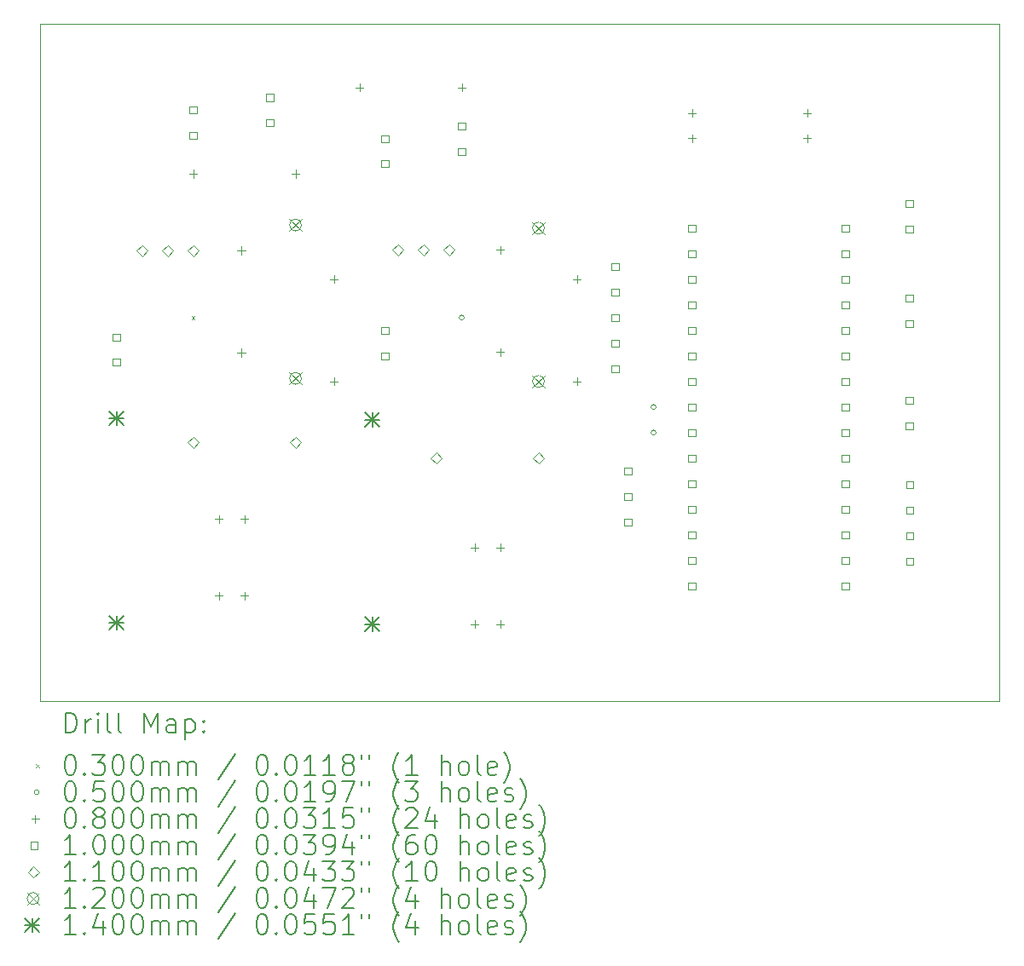
<source format=gbr>
%TF.GenerationSoftware,KiCad,Pcbnew,7.0.5-0*%
%TF.CreationDate,2023-06-24T13:36:58+02:00*%
%TF.ProjectId,spoje_pcb,73706f6a-655f-4706-9362-2e6b69636164,rev?*%
%TF.SameCoordinates,Original*%
%TF.FileFunction,Drillmap*%
%TF.FilePolarity,Positive*%
%FSLAX45Y45*%
G04 Gerber Fmt 4.5, Leading zero omitted, Abs format (unit mm)*
G04 Created by KiCad (PCBNEW 7.0.5-0) date 2023-06-24 13:36:58*
%MOMM*%
%LPD*%
G01*
G04 APERTURE LIST*
%ADD10C,0.100000*%
%ADD11C,0.200000*%
%ADD12C,0.030000*%
%ADD13C,0.050000*%
%ADD14C,0.080000*%
%ADD15C,0.110000*%
%ADD16C,0.120000*%
%ADD17C,0.140000*%
G04 APERTURE END LIST*
D10*
X9525000Y-4826000D02*
X19050000Y-4826000D01*
X19050000Y-11557000D01*
X9525000Y-11557000D01*
X9525000Y-4826000D01*
D11*
D12*
X11034000Y-7732000D02*
X11064000Y-7762000D01*
X11064000Y-7732000D02*
X11034000Y-7762000D01*
D13*
X13741000Y-7747000D02*
G75*
G03*
X13741000Y-7747000I-25000J0D01*
G01*
X15646000Y-8636000D02*
G75*
G03*
X15646000Y-8636000I-25000J0D01*
G01*
X15646000Y-8890000D02*
G75*
G03*
X15646000Y-8890000I-25000J0D01*
G01*
D14*
X11049000Y-6279500D02*
X11049000Y-6359500D01*
X11009000Y-6319500D02*
X11089000Y-6319500D01*
X11303000Y-9709500D02*
X11303000Y-9789500D01*
X11263000Y-9749500D02*
X11343000Y-9749500D01*
X11303000Y-10471500D02*
X11303000Y-10551500D01*
X11263000Y-10511500D02*
X11343000Y-10511500D01*
X11525576Y-7041500D02*
X11525576Y-7121500D01*
X11485576Y-7081500D02*
X11565576Y-7081500D01*
X11525576Y-8057500D02*
X11525576Y-8137500D01*
X11485576Y-8097500D02*
X11565576Y-8097500D01*
X11557000Y-9709500D02*
X11557000Y-9789500D01*
X11517000Y-9749500D02*
X11597000Y-9749500D01*
X11557000Y-10471500D02*
X11557000Y-10551500D01*
X11517000Y-10511500D02*
X11597000Y-10511500D01*
X12065000Y-6279500D02*
X12065000Y-6359500D01*
X12025000Y-6319500D02*
X12105000Y-6319500D01*
X12446000Y-7326000D02*
X12446000Y-7406000D01*
X12406000Y-7366000D02*
X12486000Y-7366000D01*
X12446000Y-8342000D02*
X12446000Y-8422000D01*
X12406000Y-8382000D02*
X12486000Y-8382000D01*
X12700000Y-5421000D02*
X12700000Y-5501000D01*
X12660000Y-5461000D02*
X12740000Y-5461000D01*
X13716000Y-5421000D02*
X13716000Y-5501000D01*
X13676000Y-5461000D02*
X13756000Y-5461000D01*
X13843000Y-9993000D02*
X13843000Y-10073000D01*
X13803000Y-10033000D02*
X13883000Y-10033000D01*
X13843000Y-10755000D02*
X13843000Y-10835000D01*
X13803000Y-10795000D02*
X13883000Y-10795000D01*
X14097000Y-7035000D02*
X14097000Y-7115000D01*
X14057000Y-7075000D02*
X14137000Y-7075000D01*
X14097000Y-8051000D02*
X14097000Y-8131000D01*
X14057000Y-8091000D02*
X14137000Y-8091000D01*
X14097000Y-9993000D02*
X14097000Y-10073000D01*
X14057000Y-10033000D02*
X14137000Y-10033000D01*
X14097000Y-10755000D02*
X14097000Y-10835000D01*
X14057000Y-10795000D02*
X14137000Y-10795000D01*
X14859000Y-7326000D02*
X14859000Y-7406000D01*
X14819000Y-7366000D02*
X14899000Y-7366000D01*
X14859000Y-8342000D02*
X14859000Y-8422000D01*
X14819000Y-8382000D02*
X14899000Y-8382000D01*
X16002000Y-5675000D02*
X16002000Y-5755000D01*
X15962000Y-5715000D02*
X16042000Y-5715000D01*
X16002000Y-5925000D02*
X16002000Y-6005000D01*
X15962000Y-5965000D02*
X16042000Y-5965000D01*
X17145000Y-5675000D02*
X17145000Y-5755000D01*
X17105000Y-5715000D02*
X17185000Y-5715000D01*
X17145000Y-5925000D02*
X17145000Y-6005000D01*
X17105000Y-5965000D02*
X17185000Y-5965000D01*
D10*
X10322356Y-7976856D02*
X10322356Y-7906144D01*
X10251644Y-7906144D01*
X10251644Y-7976856D01*
X10322356Y-7976856D01*
X10322356Y-8226856D02*
X10322356Y-8156144D01*
X10251644Y-8156144D01*
X10251644Y-8226856D01*
X10322356Y-8226856D01*
X11084356Y-5719856D02*
X11084356Y-5649144D01*
X11013644Y-5649144D01*
X11013644Y-5719856D01*
X11084356Y-5719856D01*
X11084356Y-5973856D02*
X11084356Y-5903144D01*
X11013644Y-5903144D01*
X11013644Y-5973856D01*
X11084356Y-5973856D01*
X11846356Y-5596856D02*
X11846356Y-5526144D01*
X11775644Y-5526144D01*
X11775644Y-5596856D01*
X11846356Y-5596856D01*
X11846356Y-5846856D02*
X11846356Y-5776144D01*
X11775644Y-5776144D01*
X11775644Y-5846856D01*
X11846356Y-5846856D01*
X12989356Y-6004356D02*
X12989356Y-5933644D01*
X12918644Y-5933644D01*
X12918644Y-6004356D01*
X12989356Y-6004356D01*
X12989356Y-6254356D02*
X12989356Y-6183644D01*
X12918644Y-6183644D01*
X12918644Y-6254356D01*
X12989356Y-6254356D01*
X12989356Y-7913356D02*
X12989356Y-7842644D01*
X12918644Y-7842644D01*
X12918644Y-7913356D01*
X12989356Y-7913356D01*
X12989356Y-8163356D02*
X12989356Y-8092644D01*
X12918644Y-8092644D01*
X12918644Y-8163356D01*
X12989356Y-8163356D01*
X13751356Y-5877356D02*
X13751356Y-5806644D01*
X13680644Y-5806644D01*
X13680644Y-5877356D01*
X13751356Y-5877356D01*
X13751356Y-6131356D02*
X13751356Y-6060644D01*
X13680644Y-6060644D01*
X13680644Y-6131356D01*
X13751356Y-6131356D01*
X15275356Y-7274856D02*
X15275356Y-7204144D01*
X15204644Y-7204144D01*
X15204644Y-7274856D01*
X15275356Y-7274856D01*
X15275356Y-7528856D02*
X15275356Y-7458144D01*
X15204644Y-7458144D01*
X15204644Y-7528856D01*
X15275356Y-7528856D01*
X15275356Y-7782856D02*
X15275356Y-7712144D01*
X15204644Y-7712144D01*
X15204644Y-7782856D01*
X15275356Y-7782856D01*
X15275356Y-8036856D02*
X15275356Y-7966144D01*
X15204644Y-7966144D01*
X15204644Y-8036856D01*
X15275356Y-8036856D01*
X15275356Y-8290856D02*
X15275356Y-8220144D01*
X15204644Y-8220144D01*
X15204644Y-8290856D01*
X15275356Y-8290856D01*
X15402356Y-9306356D02*
X15402356Y-9235644D01*
X15331644Y-9235644D01*
X15331644Y-9306356D01*
X15402356Y-9306356D01*
X15402356Y-9560356D02*
X15402356Y-9489644D01*
X15331644Y-9489644D01*
X15331644Y-9560356D01*
X15402356Y-9560356D01*
X15402356Y-9814356D02*
X15402356Y-9743644D01*
X15331644Y-9743644D01*
X15331644Y-9814356D01*
X15402356Y-9814356D01*
X16037356Y-6893356D02*
X16037356Y-6822644D01*
X15966644Y-6822644D01*
X15966644Y-6893356D01*
X16037356Y-6893356D01*
X16037356Y-7147356D02*
X16037356Y-7076644D01*
X15966644Y-7076644D01*
X15966644Y-7147356D01*
X16037356Y-7147356D01*
X16037356Y-7401356D02*
X16037356Y-7330644D01*
X15966644Y-7330644D01*
X15966644Y-7401356D01*
X16037356Y-7401356D01*
X16037356Y-7655356D02*
X16037356Y-7584644D01*
X15966644Y-7584644D01*
X15966644Y-7655356D01*
X16037356Y-7655356D01*
X16037356Y-7909356D02*
X16037356Y-7838644D01*
X15966644Y-7838644D01*
X15966644Y-7909356D01*
X16037356Y-7909356D01*
X16037356Y-8163356D02*
X16037356Y-8092644D01*
X15966644Y-8092644D01*
X15966644Y-8163356D01*
X16037356Y-8163356D01*
X16037356Y-8417356D02*
X16037356Y-8346644D01*
X15966644Y-8346644D01*
X15966644Y-8417356D01*
X16037356Y-8417356D01*
X16037356Y-8671356D02*
X16037356Y-8600644D01*
X15966644Y-8600644D01*
X15966644Y-8671356D01*
X16037356Y-8671356D01*
X16037356Y-8925356D02*
X16037356Y-8854644D01*
X15966644Y-8854644D01*
X15966644Y-8925356D01*
X16037356Y-8925356D01*
X16037356Y-9179356D02*
X16037356Y-9108644D01*
X15966644Y-9108644D01*
X15966644Y-9179356D01*
X16037356Y-9179356D01*
X16037356Y-9433356D02*
X16037356Y-9362644D01*
X15966644Y-9362644D01*
X15966644Y-9433356D01*
X16037356Y-9433356D01*
X16037356Y-9687356D02*
X16037356Y-9616644D01*
X15966644Y-9616644D01*
X15966644Y-9687356D01*
X16037356Y-9687356D01*
X16037356Y-9941356D02*
X16037356Y-9870644D01*
X15966644Y-9870644D01*
X15966644Y-9941356D01*
X16037356Y-9941356D01*
X16037356Y-10195356D02*
X16037356Y-10124644D01*
X15966644Y-10124644D01*
X15966644Y-10195356D01*
X16037356Y-10195356D01*
X16037356Y-10449356D02*
X16037356Y-10378644D01*
X15966644Y-10378644D01*
X15966644Y-10449356D01*
X16037356Y-10449356D01*
X17561356Y-6893356D02*
X17561356Y-6822644D01*
X17490644Y-6822644D01*
X17490644Y-6893356D01*
X17561356Y-6893356D01*
X17561356Y-7147356D02*
X17561356Y-7076644D01*
X17490644Y-7076644D01*
X17490644Y-7147356D01*
X17561356Y-7147356D01*
X17561356Y-7401356D02*
X17561356Y-7330644D01*
X17490644Y-7330644D01*
X17490644Y-7401356D01*
X17561356Y-7401356D01*
X17561356Y-7655356D02*
X17561356Y-7584644D01*
X17490644Y-7584644D01*
X17490644Y-7655356D01*
X17561356Y-7655356D01*
X17561356Y-7909356D02*
X17561356Y-7838644D01*
X17490644Y-7838644D01*
X17490644Y-7909356D01*
X17561356Y-7909356D01*
X17561356Y-8163356D02*
X17561356Y-8092644D01*
X17490644Y-8092644D01*
X17490644Y-8163356D01*
X17561356Y-8163356D01*
X17561356Y-8417356D02*
X17561356Y-8346644D01*
X17490644Y-8346644D01*
X17490644Y-8417356D01*
X17561356Y-8417356D01*
X17561356Y-8671356D02*
X17561356Y-8600644D01*
X17490644Y-8600644D01*
X17490644Y-8671356D01*
X17561356Y-8671356D01*
X17561356Y-8925356D02*
X17561356Y-8854644D01*
X17490644Y-8854644D01*
X17490644Y-8925356D01*
X17561356Y-8925356D01*
X17561356Y-9179356D02*
X17561356Y-9108644D01*
X17490644Y-9108644D01*
X17490644Y-9179356D01*
X17561356Y-9179356D01*
X17561356Y-9433356D02*
X17561356Y-9362644D01*
X17490644Y-9362644D01*
X17490644Y-9433356D01*
X17561356Y-9433356D01*
X17561356Y-9687356D02*
X17561356Y-9616644D01*
X17490644Y-9616644D01*
X17490644Y-9687356D01*
X17561356Y-9687356D01*
X17561356Y-9941356D02*
X17561356Y-9870644D01*
X17490644Y-9870644D01*
X17490644Y-9941356D01*
X17561356Y-9941356D01*
X17561356Y-10195356D02*
X17561356Y-10124644D01*
X17490644Y-10124644D01*
X17490644Y-10195356D01*
X17561356Y-10195356D01*
X17561356Y-10449356D02*
X17561356Y-10378644D01*
X17490644Y-10378644D01*
X17490644Y-10449356D01*
X17561356Y-10449356D01*
X18196356Y-6648856D02*
X18196356Y-6578144D01*
X18125644Y-6578144D01*
X18125644Y-6648856D01*
X18196356Y-6648856D01*
X18196356Y-6902856D02*
X18196356Y-6832144D01*
X18125644Y-6832144D01*
X18125644Y-6902856D01*
X18196356Y-6902856D01*
X18196356Y-7591856D02*
X18196356Y-7521144D01*
X18125644Y-7521144D01*
X18125644Y-7591856D01*
X18196356Y-7591856D01*
X18196356Y-7845856D02*
X18196356Y-7775144D01*
X18125644Y-7775144D01*
X18125644Y-7845856D01*
X18196356Y-7845856D01*
X18196356Y-8607856D02*
X18196356Y-8537144D01*
X18125644Y-8537144D01*
X18125644Y-8607856D01*
X18196356Y-8607856D01*
X18196356Y-8861856D02*
X18196356Y-8791144D01*
X18125644Y-8791144D01*
X18125644Y-8861856D01*
X18196356Y-8861856D01*
X18200356Y-9442856D02*
X18200356Y-9372144D01*
X18129644Y-9372144D01*
X18129644Y-9442856D01*
X18200356Y-9442856D01*
X18200356Y-9696856D02*
X18200356Y-9626144D01*
X18129644Y-9626144D01*
X18129644Y-9696856D01*
X18200356Y-9696856D01*
X18200356Y-9950856D02*
X18200356Y-9880144D01*
X18129644Y-9880144D01*
X18129644Y-9950856D01*
X18200356Y-9950856D01*
X18200356Y-10204856D02*
X18200356Y-10134144D01*
X18129644Y-10134144D01*
X18129644Y-10204856D01*
X18200356Y-10204856D01*
D15*
X10541000Y-7136500D02*
X10596000Y-7081500D01*
X10541000Y-7026500D01*
X10486000Y-7081500D01*
X10541000Y-7136500D01*
X10795000Y-7136500D02*
X10850000Y-7081500D01*
X10795000Y-7026500D01*
X10740000Y-7081500D01*
X10795000Y-7136500D01*
X11049000Y-7136500D02*
X11104000Y-7081500D01*
X11049000Y-7026500D01*
X10994000Y-7081500D01*
X11049000Y-7136500D01*
X11049000Y-9041500D02*
X11104000Y-8986500D01*
X11049000Y-8931500D01*
X10994000Y-8986500D01*
X11049000Y-9041500D01*
X12065000Y-9041500D02*
X12120000Y-8986500D01*
X12065000Y-8931500D01*
X12010000Y-8986500D01*
X12065000Y-9041500D01*
X13081000Y-7130000D02*
X13136000Y-7075000D01*
X13081000Y-7020000D01*
X13026000Y-7075000D01*
X13081000Y-7130000D01*
X13335000Y-7130000D02*
X13390000Y-7075000D01*
X13335000Y-7020000D01*
X13280000Y-7075000D01*
X13335000Y-7130000D01*
X13462000Y-9199000D02*
X13517000Y-9144000D01*
X13462000Y-9089000D01*
X13407000Y-9144000D01*
X13462000Y-9199000D01*
X13589000Y-7130000D02*
X13644000Y-7075000D01*
X13589000Y-7020000D01*
X13534000Y-7075000D01*
X13589000Y-7130000D01*
X14478000Y-9199000D02*
X14533000Y-9144000D01*
X14478000Y-9089000D01*
X14423000Y-9144000D01*
X14478000Y-9199000D01*
D16*
X12005000Y-6767500D02*
X12125000Y-6887500D01*
X12125000Y-6767500D02*
X12005000Y-6887500D01*
X12125000Y-6827500D02*
G75*
G03*
X12125000Y-6827500I-60000J0D01*
G01*
X12005000Y-8291500D02*
X12125000Y-8411500D01*
X12125000Y-8291500D02*
X12005000Y-8411500D01*
X12125000Y-8351500D02*
G75*
G03*
X12125000Y-8351500I-60000J0D01*
G01*
X14418000Y-6798000D02*
X14538000Y-6918000D01*
X14538000Y-6798000D02*
X14418000Y-6918000D01*
X14538000Y-6858000D02*
G75*
G03*
X14538000Y-6858000I-60000J0D01*
G01*
X14418000Y-8322000D02*
X14538000Y-8442000D01*
X14538000Y-8322000D02*
X14418000Y-8442000D01*
X14538000Y-8382000D02*
G75*
G03*
X14538000Y-8382000I-60000J0D01*
G01*
D17*
X10217000Y-8676924D02*
X10357000Y-8816924D01*
X10357000Y-8676924D02*
X10217000Y-8816924D01*
X10287000Y-8676924D02*
X10287000Y-8816924D01*
X10217000Y-8746924D02*
X10357000Y-8746924D01*
X10217000Y-10708924D02*
X10357000Y-10848924D01*
X10357000Y-10708924D02*
X10217000Y-10848924D01*
X10287000Y-10708924D02*
X10287000Y-10848924D01*
X10217000Y-10778924D02*
X10357000Y-10778924D01*
X12757000Y-8693000D02*
X12897000Y-8833000D01*
X12897000Y-8693000D02*
X12757000Y-8833000D01*
X12827000Y-8693000D02*
X12827000Y-8833000D01*
X12757000Y-8763000D02*
X12897000Y-8763000D01*
X12757000Y-10725000D02*
X12897000Y-10865000D01*
X12897000Y-10725000D02*
X12757000Y-10865000D01*
X12827000Y-10725000D02*
X12827000Y-10865000D01*
X12757000Y-10795000D02*
X12897000Y-10795000D01*
D11*
X9780777Y-11873484D02*
X9780777Y-11673484D01*
X9780777Y-11673484D02*
X9828396Y-11673484D01*
X9828396Y-11673484D02*
X9856967Y-11683008D01*
X9856967Y-11683008D02*
X9876015Y-11702055D01*
X9876015Y-11702055D02*
X9885539Y-11721103D01*
X9885539Y-11721103D02*
X9895063Y-11759198D01*
X9895063Y-11759198D02*
X9895063Y-11787769D01*
X9895063Y-11787769D02*
X9885539Y-11825865D01*
X9885539Y-11825865D02*
X9876015Y-11844912D01*
X9876015Y-11844912D02*
X9856967Y-11863960D01*
X9856967Y-11863960D02*
X9828396Y-11873484D01*
X9828396Y-11873484D02*
X9780777Y-11873484D01*
X9980777Y-11873484D02*
X9980777Y-11740150D01*
X9980777Y-11778246D02*
X9990301Y-11759198D01*
X9990301Y-11759198D02*
X9999824Y-11749674D01*
X9999824Y-11749674D02*
X10018872Y-11740150D01*
X10018872Y-11740150D02*
X10037920Y-11740150D01*
X10104586Y-11873484D02*
X10104586Y-11740150D01*
X10104586Y-11673484D02*
X10095063Y-11683008D01*
X10095063Y-11683008D02*
X10104586Y-11692531D01*
X10104586Y-11692531D02*
X10114110Y-11683008D01*
X10114110Y-11683008D02*
X10104586Y-11673484D01*
X10104586Y-11673484D02*
X10104586Y-11692531D01*
X10228396Y-11873484D02*
X10209348Y-11863960D01*
X10209348Y-11863960D02*
X10199824Y-11844912D01*
X10199824Y-11844912D02*
X10199824Y-11673484D01*
X10333158Y-11873484D02*
X10314110Y-11863960D01*
X10314110Y-11863960D02*
X10304586Y-11844912D01*
X10304586Y-11844912D02*
X10304586Y-11673484D01*
X10561729Y-11873484D02*
X10561729Y-11673484D01*
X10561729Y-11673484D02*
X10628396Y-11816341D01*
X10628396Y-11816341D02*
X10695063Y-11673484D01*
X10695063Y-11673484D02*
X10695063Y-11873484D01*
X10876015Y-11873484D02*
X10876015Y-11768722D01*
X10876015Y-11768722D02*
X10866491Y-11749674D01*
X10866491Y-11749674D02*
X10847444Y-11740150D01*
X10847444Y-11740150D02*
X10809348Y-11740150D01*
X10809348Y-11740150D02*
X10790301Y-11749674D01*
X10876015Y-11863960D02*
X10856967Y-11873484D01*
X10856967Y-11873484D02*
X10809348Y-11873484D01*
X10809348Y-11873484D02*
X10790301Y-11863960D01*
X10790301Y-11863960D02*
X10780777Y-11844912D01*
X10780777Y-11844912D02*
X10780777Y-11825865D01*
X10780777Y-11825865D02*
X10790301Y-11806817D01*
X10790301Y-11806817D02*
X10809348Y-11797293D01*
X10809348Y-11797293D02*
X10856967Y-11797293D01*
X10856967Y-11797293D02*
X10876015Y-11787769D01*
X10971253Y-11740150D02*
X10971253Y-11940150D01*
X10971253Y-11749674D02*
X10990301Y-11740150D01*
X10990301Y-11740150D02*
X11028396Y-11740150D01*
X11028396Y-11740150D02*
X11047444Y-11749674D01*
X11047444Y-11749674D02*
X11056967Y-11759198D01*
X11056967Y-11759198D02*
X11066491Y-11778246D01*
X11066491Y-11778246D02*
X11066491Y-11835388D01*
X11066491Y-11835388D02*
X11056967Y-11854436D01*
X11056967Y-11854436D02*
X11047444Y-11863960D01*
X11047444Y-11863960D02*
X11028396Y-11873484D01*
X11028396Y-11873484D02*
X10990301Y-11873484D01*
X10990301Y-11873484D02*
X10971253Y-11863960D01*
X11152205Y-11854436D02*
X11161729Y-11863960D01*
X11161729Y-11863960D02*
X11152205Y-11873484D01*
X11152205Y-11873484D02*
X11142682Y-11863960D01*
X11142682Y-11863960D02*
X11152205Y-11854436D01*
X11152205Y-11854436D02*
X11152205Y-11873484D01*
X11152205Y-11749674D02*
X11161729Y-11759198D01*
X11161729Y-11759198D02*
X11152205Y-11768722D01*
X11152205Y-11768722D02*
X11142682Y-11759198D01*
X11142682Y-11759198D02*
X11152205Y-11749674D01*
X11152205Y-11749674D02*
X11152205Y-11768722D01*
D12*
X9490000Y-12187000D02*
X9520000Y-12217000D01*
X9520000Y-12187000D02*
X9490000Y-12217000D01*
D11*
X9818872Y-12093484D02*
X9837920Y-12093484D01*
X9837920Y-12093484D02*
X9856967Y-12103008D01*
X9856967Y-12103008D02*
X9866491Y-12112531D01*
X9866491Y-12112531D02*
X9876015Y-12131579D01*
X9876015Y-12131579D02*
X9885539Y-12169674D01*
X9885539Y-12169674D02*
X9885539Y-12217293D01*
X9885539Y-12217293D02*
X9876015Y-12255388D01*
X9876015Y-12255388D02*
X9866491Y-12274436D01*
X9866491Y-12274436D02*
X9856967Y-12283960D01*
X9856967Y-12283960D02*
X9837920Y-12293484D01*
X9837920Y-12293484D02*
X9818872Y-12293484D01*
X9818872Y-12293484D02*
X9799824Y-12283960D01*
X9799824Y-12283960D02*
X9790301Y-12274436D01*
X9790301Y-12274436D02*
X9780777Y-12255388D01*
X9780777Y-12255388D02*
X9771253Y-12217293D01*
X9771253Y-12217293D02*
X9771253Y-12169674D01*
X9771253Y-12169674D02*
X9780777Y-12131579D01*
X9780777Y-12131579D02*
X9790301Y-12112531D01*
X9790301Y-12112531D02*
X9799824Y-12103008D01*
X9799824Y-12103008D02*
X9818872Y-12093484D01*
X9971253Y-12274436D02*
X9980777Y-12283960D01*
X9980777Y-12283960D02*
X9971253Y-12293484D01*
X9971253Y-12293484D02*
X9961729Y-12283960D01*
X9961729Y-12283960D02*
X9971253Y-12274436D01*
X9971253Y-12274436D02*
X9971253Y-12293484D01*
X10047444Y-12093484D02*
X10171253Y-12093484D01*
X10171253Y-12093484D02*
X10104586Y-12169674D01*
X10104586Y-12169674D02*
X10133158Y-12169674D01*
X10133158Y-12169674D02*
X10152205Y-12179198D01*
X10152205Y-12179198D02*
X10161729Y-12188722D01*
X10161729Y-12188722D02*
X10171253Y-12207769D01*
X10171253Y-12207769D02*
X10171253Y-12255388D01*
X10171253Y-12255388D02*
X10161729Y-12274436D01*
X10161729Y-12274436D02*
X10152205Y-12283960D01*
X10152205Y-12283960D02*
X10133158Y-12293484D01*
X10133158Y-12293484D02*
X10076015Y-12293484D01*
X10076015Y-12293484D02*
X10056967Y-12283960D01*
X10056967Y-12283960D02*
X10047444Y-12274436D01*
X10295063Y-12093484D02*
X10314110Y-12093484D01*
X10314110Y-12093484D02*
X10333158Y-12103008D01*
X10333158Y-12103008D02*
X10342682Y-12112531D01*
X10342682Y-12112531D02*
X10352205Y-12131579D01*
X10352205Y-12131579D02*
X10361729Y-12169674D01*
X10361729Y-12169674D02*
X10361729Y-12217293D01*
X10361729Y-12217293D02*
X10352205Y-12255388D01*
X10352205Y-12255388D02*
X10342682Y-12274436D01*
X10342682Y-12274436D02*
X10333158Y-12283960D01*
X10333158Y-12283960D02*
X10314110Y-12293484D01*
X10314110Y-12293484D02*
X10295063Y-12293484D01*
X10295063Y-12293484D02*
X10276015Y-12283960D01*
X10276015Y-12283960D02*
X10266491Y-12274436D01*
X10266491Y-12274436D02*
X10256967Y-12255388D01*
X10256967Y-12255388D02*
X10247444Y-12217293D01*
X10247444Y-12217293D02*
X10247444Y-12169674D01*
X10247444Y-12169674D02*
X10256967Y-12131579D01*
X10256967Y-12131579D02*
X10266491Y-12112531D01*
X10266491Y-12112531D02*
X10276015Y-12103008D01*
X10276015Y-12103008D02*
X10295063Y-12093484D01*
X10485539Y-12093484D02*
X10504586Y-12093484D01*
X10504586Y-12093484D02*
X10523634Y-12103008D01*
X10523634Y-12103008D02*
X10533158Y-12112531D01*
X10533158Y-12112531D02*
X10542682Y-12131579D01*
X10542682Y-12131579D02*
X10552205Y-12169674D01*
X10552205Y-12169674D02*
X10552205Y-12217293D01*
X10552205Y-12217293D02*
X10542682Y-12255388D01*
X10542682Y-12255388D02*
X10533158Y-12274436D01*
X10533158Y-12274436D02*
X10523634Y-12283960D01*
X10523634Y-12283960D02*
X10504586Y-12293484D01*
X10504586Y-12293484D02*
X10485539Y-12293484D01*
X10485539Y-12293484D02*
X10466491Y-12283960D01*
X10466491Y-12283960D02*
X10456967Y-12274436D01*
X10456967Y-12274436D02*
X10447444Y-12255388D01*
X10447444Y-12255388D02*
X10437920Y-12217293D01*
X10437920Y-12217293D02*
X10437920Y-12169674D01*
X10437920Y-12169674D02*
X10447444Y-12131579D01*
X10447444Y-12131579D02*
X10456967Y-12112531D01*
X10456967Y-12112531D02*
X10466491Y-12103008D01*
X10466491Y-12103008D02*
X10485539Y-12093484D01*
X10637920Y-12293484D02*
X10637920Y-12160150D01*
X10637920Y-12179198D02*
X10647444Y-12169674D01*
X10647444Y-12169674D02*
X10666491Y-12160150D01*
X10666491Y-12160150D02*
X10695063Y-12160150D01*
X10695063Y-12160150D02*
X10714110Y-12169674D01*
X10714110Y-12169674D02*
X10723634Y-12188722D01*
X10723634Y-12188722D02*
X10723634Y-12293484D01*
X10723634Y-12188722D02*
X10733158Y-12169674D01*
X10733158Y-12169674D02*
X10752205Y-12160150D01*
X10752205Y-12160150D02*
X10780777Y-12160150D01*
X10780777Y-12160150D02*
X10799825Y-12169674D01*
X10799825Y-12169674D02*
X10809348Y-12188722D01*
X10809348Y-12188722D02*
X10809348Y-12293484D01*
X10904586Y-12293484D02*
X10904586Y-12160150D01*
X10904586Y-12179198D02*
X10914110Y-12169674D01*
X10914110Y-12169674D02*
X10933158Y-12160150D01*
X10933158Y-12160150D02*
X10961729Y-12160150D01*
X10961729Y-12160150D02*
X10980777Y-12169674D01*
X10980777Y-12169674D02*
X10990301Y-12188722D01*
X10990301Y-12188722D02*
X10990301Y-12293484D01*
X10990301Y-12188722D02*
X10999825Y-12169674D01*
X10999825Y-12169674D02*
X11018872Y-12160150D01*
X11018872Y-12160150D02*
X11047444Y-12160150D01*
X11047444Y-12160150D02*
X11066491Y-12169674D01*
X11066491Y-12169674D02*
X11076015Y-12188722D01*
X11076015Y-12188722D02*
X11076015Y-12293484D01*
X11466491Y-12083960D02*
X11295063Y-12341103D01*
X11723634Y-12093484D02*
X11742682Y-12093484D01*
X11742682Y-12093484D02*
X11761729Y-12103008D01*
X11761729Y-12103008D02*
X11771253Y-12112531D01*
X11771253Y-12112531D02*
X11780777Y-12131579D01*
X11780777Y-12131579D02*
X11790301Y-12169674D01*
X11790301Y-12169674D02*
X11790301Y-12217293D01*
X11790301Y-12217293D02*
X11780777Y-12255388D01*
X11780777Y-12255388D02*
X11771253Y-12274436D01*
X11771253Y-12274436D02*
X11761729Y-12283960D01*
X11761729Y-12283960D02*
X11742682Y-12293484D01*
X11742682Y-12293484D02*
X11723634Y-12293484D01*
X11723634Y-12293484D02*
X11704586Y-12283960D01*
X11704586Y-12283960D02*
X11695063Y-12274436D01*
X11695063Y-12274436D02*
X11685539Y-12255388D01*
X11685539Y-12255388D02*
X11676015Y-12217293D01*
X11676015Y-12217293D02*
X11676015Y-12169674D01*
X11676015Y-12169674D02*
X11685539Y-12131579D01*
X11685539Y-12131579D02*
X11695063Y-12112531D01*
X11695063Y-12112531D02*
X11704586Y-12103008D01*
X11704586Y-12103008D02*
X11723634Y-12093484D01*
X11876015Y-12274436D02*
X11885539Y-12283960D01*
X11885539Y-12283960D02*
X11876015Y-12293484D01*
X11876015Y-12293484D02*
X11866491Y-12283960D01*
X11866491Y-12283960D02*
X11876015Y-12274436D01*
X11876015Y-12274436D02*
X11876015Y-12293484D01*
X12009348Y-12093484D02*
X12028396Y-12093484D01*
X12028396Y-12093484D02*
X12047444Y-12103008D01*
X12047444Y-12103008D02*
X12056967Y-12112531D01*
X12056967Y-12112531D02*
X12066491Y-12131579D01*
X12066491Y-12131579D02*
X12076015Y-12169674D01*
X12076015Y-12169674D02*
X12076015Y-12217293D01*
X12076015Y-12217293D02*
X12066491Y-12255388D01*
X12066491Y-12255388D02*
X12056967Y-12274436D01*
X12056967Y-12274436D02*
X12047444Y-12283960D01*
X12047444Y-12283960D02*
X12028396Y-12293484D01*
X12028396Y-12293484D02*
X12009348Y-12293484D01*
X12009348Y-12293484D02*
X11990301Y-12283960D01*
X11990301Y-12283960D02*
X11980777Y-12274436D01*
X11980777Y-12274436D02*
X11971253Y-12255388D01*
X11971253Y-12255388D02*
X11961729Y-12217293D01*
X11961729Y-12217293D02*
X11961729Y-12169674D01*
X11961729Y-12169674D02*
X11971253Y-12131579D01*
X11971253Y-12131579D02*
X11980777Y-12112531D01*
X11980777Y-12112531D02*
X11990301Y-12103008D01*
X11990301Y-12103008D02*
X12009348Y-12093484D01*
X12266491Y-12293484D02*
X12152206Y-12293484D01*
X12209348Y-12293484D02*
X12209348Y-12093484D01*
X12209348Y-12093484D02*
X12190301Y-12122055D01*
X12190301Y-12122055D02*
X12171253Y-12141103D01*
X12171253Y-12141103D02*
X12152206Y-12150627D01*
X12456967Y-12293484D02*
X12342682Y-12293484D01*
X12399825Y-12293484D02*
X12399825Y-12093484D01*
X12399825Y-12093484D02*
X12380777Y-12122055D01*
X12380777Y-12122055D02*
X12361729Y-12141103D01*
X12361729Y-12141103D02*
X12342682Y-12150627D01*
X12571253Y-12179198D02*
X12552206Y-12169674D01*
X12552206Y-12169674D02*
X12542682Y-12160150D01*
X12542682Y-12160150D02*
X12533158Y-12141103D01*
X12533158Y-12141103D02*
X12533158Y-12131579D01*
X12533158Y-12131579D02*
X12542682Y-12112531D01*
X12542682Y-12112531D02*
X12552206Y-12103008D01*
X12552206Y-12103008D02*
X12571253Y-12093484D01*
X12571253Y-12093484D02*
X12609348Y-12093484D01*
X12609348Y-12093484D02*
X12628396Y-12103008D01*
X12628396Y-12103008D02*
X12637920Y-12112531D01*
X12637920Y-12112531D02*
X12647444Y-12131579D01*
X12647444Y-12131579D02*
X12647444Y-12141103D01*
X12647444Y-12141103D02*
X12637920Y-12160150D01*
X12637920Y-12160150D02*
X12628396Y-12169674D01*
X12628396Y-12169674D02*
X12609348Y-12179198D01*
X12609348Y-12179198D02*
X12571253Y-12179198D01*
X12571253Y-12179198D02*
X12552206Y-12188722D01*
X12552206Y-12188722D02*
X12542682Y-12198246D01*
X12542682Y-12198246D02*
X12533158Y-12217293D01*
X12533158Y-12217293D02*
X12533158Y-12255388D01*
X12533158Y-12255388D02*
X12542682Y-12274436D01*
X12542682Y-12274436D02*
X12552206Y-12283960D01*
X12552206Y-12283960D02*
X12571253Y-12293484D01*
X12571253Y-12293484D02*
X12609348Y-12293484D01*
X12609348Y-12293484D02*
X12628396Y-12283960D01*
X12628396Y-12283960D02*
X12637920Y-12274436D01*
X12637920Y-12274436D02*
X12647444Y-12255388D01*
X12647444Y-12255388D02*
X12647444Y-12217293D01*
X12647444Y-12217293D02*
X12637920Y-12198246D01*
X12637920Y-12198246D02*
X12628396Y-12188722D01*
X12628396Y-12188722D02*
X12609348Y-12179198D01*
X12723634Y-12093484D02*
X12723634Y-12131579D01*
X12799825Y-12093484D02*
X12799825Y-12131579D01*
X13095063Y-12369674D02*
X13085539Y-12360150D01*
X13085539Y-12360150D02*
X13066491Y-12331579D01*
X13066491Y-12331579D02*
X13056968Y-12312531D01*
X13056968Y-12312531D02*
X13047444Y-12283960D01*
X13047444Y-12283960D02*
X13037920Y-12236341D01*
X13037920Y-12236341D02*
X13037920Y-12198246D01*
X13037920Y-12198246D02*
X13047444Y-12150627D01*
X13047444Y-12150627D02*
X13056968Y-12122055D01*
X13056968Y-12122055D02*
X13066491Y-12103008D01*
X13066491Y-12103008D02*
X13085539Y-12074436D01*
X13085539Y-12074436D02*
X13095063Y-12064912D01*
X13276015Y-12293484D02*
X13161729Y-12293484D01*
X13218872Y-12293484D02*
X13218872Y-12093484D01*
X13218872Y-12093484D02*
X13199825Y-12122055D01*
X13199825Y-12122055D02*
X13180777Y-12141103D01*
X13180777Y-12141103D02*
X13161729Y-12150627D01*
X13514110Y-12293484D02*
X13514110Y-12093484D01*
X13599825Y-12293484D02*
X13599825Y-12188722D01*
X13599825Y-12188722D02*
X13590301Y-12169674D01*
X13590301Y-12169674D02*
X13571253Y-12160150D01*
X13571253Y-12160150D02*
X13542682Y-12160150D01*
X13542682Y-12160150D02*
X13523634Y-12169674D01*
X13523634Y-12169674D02*
X13514110Y-12179198D01*
X13723634Y-12293484D02*
X13704587Y-12283960D01*
X13704587Y-12283960D02*
X13695063Y-12274436D01*
X13695063Y-12274436D02*
X13685539Y-12255388D01*
X13685539Y-12255388D02*
X13685539Y-12198246D01*
X13685539Y-12198246D02*
X13695063Y-12179198D01*
X13695063Y-12179198D02*
X13704587Y-12169674D01*
X13704587Y-12169674D02*
X13723634Y-12160150D01*
X13723634Y-12160150D02*
X13752206Y-12160150D01*
X13752206Y-12160150D02*
X13771253Y-12169674D01*
X13771253Y-12169674D02*
X13780777Y-12179198D01*
X13780777Y-12179198D02*
X13790301Y-12198246D01*
X13790301Y-12198246D02*
X13790301Y-12255388D01*
X13790301Y-12255388D02*
X13780777Y-12274436D01*
X13780777Y-12274436D02*
X13771253Y-12283960D01*
X13771253Y-12283960D02*
X13752206Y-12293484D01*
X13752206Y-12293484D02*
X13723634Y-12293484D01*
X13904587Y-12293484D02*
X13885539Y-12283960D01*
X13885539Y-12283960D02*
X13876015Y-12264912D01*
X13876015Y-12264912D02*
X13876015Y-12093484D01*
X14056968Y-12283960D02*
X14037920Y-12293484D01*
X14037920Y-12293484D02*
X13999825Y-12293484D01*
X13999825Y-12293484D02*
X13980777Y-12283960D01*
X13980777Y-12283960D02*
X13971253Y-12264912D01*
X13971253Y-12264912D02*
X13971253Y-12188722D01*
X13971253Y-12188722D02*
X13980777Y-12169674D01*
X13980777Y-12169674D02*
X13999825Y-12160150D01*
X13999825Y-12160150D02*
X14037920Y-12160150D01*
X14037920Y-12160150D02*
X14056968Y-12169674D01*
X14056968Y-12169674D02*
X14066491Y-12188722D01*
X14066491Y-12188722D02*
X14066491Y-12207769D01*
X14066491Y-12207769D02*
X13971253Y-12226817D01*
X14133158Y-12369674D02*
X14142682Y-12360150D01*
X14142682Y-12360150D02*
X14161730Y-12331579D01*
X14161730Y-12331579D02*
X14171253Y-12312531D01*
X14171253Y-12312531D02*
X14180777Y-12283960D01*
X14180777Y-12283960D02*
X14190301Y-12236341D01*
X14190301Y-12236341D02*
X14190301Y-12198246D01*
X14190301Y-12198246D02*
X14180777Y-12150627D01*
X14180777Y-12150627D02*
X14171253Y-12122055D01*
X14171253Y-12122055D02*
X14161730Y-12103008D01*
X14161730Y-12103008D02*
X14142682Y-12074436D01*
X14142682Y-12074436D02*
X14133158Y-12064912D01*
D13*
X9520000Y-12466000D02*
G75*
G03*
X9520000Y-12466000I-25000J0D01*
G01*
D11*
X9818872Y-12357484D02*
X9837920Y-12357484D01*
X9837920Y-12357484D02*
X9856967Y-12367008D01*
X9856967Y-12367008D02*
X9866491Y-12376531D01*
X9866491Y-12376531D02*
X9876015Y-12395579D01*
X9876015Y-12395579D02*
X9885539Y-12433674D01*
X9885539Y-12433674D02*
X9885539Y-12481293D01*
X9885539Y-12481293D02*
X9876015Y-12519388D01*
X9876015Y-12519388D02*
X9866491Y-12538436D01*
X9866491Y-12538436D02*
X9856967Y-12547960D01*
X9856967Y-12547960D02*
X9837920Y-12557484D01*
X9837920Y-12557484D02*
X9818872Y-12557484D01*
X9818872Y-12557484D02*
X9799824Y-12547960D01*
X9799824Y-12547960D02*
X9790301Y-12538436D01*
X9790301Y-12538436D02*
X9780777Y-12519388D01*
X9780777Y-12519388D02*
X9771253Y-12481293D01*
X9771253Y-12481293D02*
X9771253Y-12433674D01*
X9771253Y-12433674D02*
X9780777Y-12395579D01*
X9780777Y-12395579D02*
X9790301Y-12376531D01*
X9790301Y-12376531D02*
X9799824Y-12367008D01*
X9799824Y-12367008D02*
X9818872Y-12357484D01*
X9971253Y-12538436D02*
X9980777Y-12547960D01*
X9980777Y-12547960D02*
X9971253Y-12557484D01*
X9971253Y-12557484D02*
X9961729Y-12547960D01*
X9961729Y-12547960D02*
X9971253Y-12538436D01*
X9971253Y-12538436D02*
X9971253Y-12557484D01*
X10161729Y-12357484D02*
X10066491Y-12357484D01*
X10066491Y-12357484D02*
X10056967Y-12452722D01*
X10056967Y-12452722D02*
X10066491Y-12443198D01*
X10066491Y-12443198D02*
X10085539Y-12433674D01*
X10085539Y-12433674D02*
X10133158Y-12433674D01*
X10133158Y-12433674D02*
X10152205Y-12443198D01*
X10152205Y-12443198D02*
X10161729Y-12452722D01*
X10161729Y-12452722D02*
X10171253Y-12471769D01*
X10171253Y-12471769D02*
X10171253Y-12519388D01*
X10171253Y-12519388D02*
X10161729Y-12538436D01*
X10161729Y-12538436D02*
X10152205Y-12547960D01*
X10152205Y-12547960D02*
X10133158Y-12557484D01*
X10133158Y-12557484D02*
X10085539Y-12557484D01*
X10085539Y-12557484D02*
X10066491Y-12547960D01*
X10066491Y-12547960D02*
X10056967Y-12538436D01*
X10295063Y-12357484D02*
X10314110Y-12357484D01*
X10314110Y-12357484D02*
X10333158Y-12367008D01*
X10333158Y-12367008D02*
X10342682Y-12376531D01*
X10342682Y-12376531D02*
X10352205Y-12395579D01*
X10352205Y-12395579D02*
X10361729Y-12433674D01*
X10361729Y-12433674D02*
X10361729Y-12481293D01*
X10361729Y-12481293D02*
X10352205Y-12519388D01*
X10352205Y-12519388D02*
X10342682Y-12538436D01*
X10342682Y-12538436D02*
X10333158Y-12547960D01*
X10333158Y-12547960D02*
X10314110Y-12557484D01*
X10314110Y-12557484D02*
X10295063Y-12557484D01*
X10295063Y-12557484D02*
X10276015Y-12547960D01*
X10276015Y-12547960D02*
X10266491Y-12538436D01*
X10266491Y-12538436D02*
X10256967Y-12519388D01*
X10256967Y-12519388D02*
X10247444Y-12481293D01*
X10247444Y-12481293D02*
X10247444Y-12433674D01*
X10247444Y-12433674D02*
X10256967Y-12395579D01*
X10256967Y-12395579D02*
X10266491Y-12376531D01*
X10266491Y-12376531D02*
X10276015Y-12367008D01*
X10276015Y-12367008D02*
X10295063Y-12357484D01*
X10485539Y-12357484D02*
X10504586Y-12357484D01*
X10504586Y-12357484D02*
X10523634Y-12367008D01*
X10523634Y-12367008D02*
X10533158Y-12376531D01*
X10533158Y-12376531D02*
X10542682Y-12395579D01*
X10542682Y-12395579D02*
X10552205Y-12433674D01*
X10552205Y-12433674D02*
X10552205Y-12481293D01*
X10552205Y-12481293D02*
X10542682Y-12519388D01*
X10542682Y-12519388D02*
X10533158Y-12538436D01*
X10533158Y-12538436D02*
X10523634Y-12547960D01*
X10523634Y-12547960D02*
X10504586Y-12557484D01*
X10504586Y-12557484D02*
X10485539Y-12557484D01*
X10485539Y-12557484D02*
X10466491Y-12547960D01*
X10466491Y-12547960D02*
X10456967Y-12538436D01*
X10456967Y-12538436D02*
X10447444Y-12519388D01*
X10447444Y-12519388D02*
X10437920Y-12481293D01*
X10437920Y-12481293D02*
X10437920Y-12433674D01*
X10437920Y-12433674D02*
X10447444Y-12395579D01*
X10447444Y-12395579D02*
X10456967Y-12376531D01*
X10456967Y-12376531D02*
X10466491Y-12367008D01*
X10466491Y-12367008D02*
X10485539Y-12357484D01*
X10637920Y-12557484D02*
X10637920Y-12424150D01*
X10637920Y-12443198D02*
X10647444Y-12433674D01*
X10647444Y-12433674D02*
X10666491Y-12424150D01*
X10666491Y-12424150D02*
X10695063Y-12424150D01*
X10695063Y-12424150D02*
X10714110Y-12433674D01*
X10714110Y-12433674D02*
X10723634Y-12452722D01*
X10723634Y-12452722D02*
X10723634Y-12557484D01*
X10723634Y-12452722D02*
X10733158Y-12433674D01*
X10733158Y-12433674D02*
X10752205Y-12424150D01*
X10752205Y-12424150D02*
X10780777Y-12424150D01*
X10780777Y-12424150D02*
X10799825Y-12433674D01*
X10799825Y-12433674D02*
X10809348Y-12452722D01*
X10809348Y-12452722D02*
X10809348Y-12557484D01*
X10904586Y-12557484D02*
X10904586Y-12424150D01*
X10904586Y-12443198D02*
X10914110Y-12433674D01*
X10914110Y-12433674D02*
X10933158Y-12424150D01*
X10933158Y-12424150D02*
X10961729Y-12424150D01*
X10961729Y-12424150D02*
X10980777Y-12433674D01*
X10980777Y-12433674D02*
X10990301Y-12452722D01*
X10990301Y-12452722D02*
X10990301Y-12557484D01*
X10990301Y-12452722D02*
X10999825Y-12433674D01*
X10999825Y-12433674D02*
X11018872Y-12424150D01*
X11018872Y-12424150D02*
X11047444Y-12424150D01*
X11047444Y-12424150D02*
X11066491Y-12433674D01*
X11066491Y-12433674D02*
X11076015Y-12452722D01*
X11076015Y-12452722D02*
X11076015Y-12557484D01*
X11466491Y-12347960D02*
X11295063Y-12605103D01*
X11723634Y-12357484D02*
X11742682Y-12357484D01*
X11742682Y-12357484D02*
X11761729Y-12367008D01*
X11761729Y-12367008D02*
X11771253Y-12376531D01*
X11771253Y-12376531D02*
X11780777Y-12395579D01*
X11780777Y-12395579D02*
X11790301Y-12433674D01*
X11790301Y-12433674D02*
X11790301Y-12481293D01*
X11790301Y-12481293D02*
X11780777Y-12519388D01*
X11780777Y-12519388D02*
X11771253Y-12538436D01*
X11771253Y-12538436D02*
X11761729Y-12547960D01*
X11761729Y-12547960D02*
X11742682Y-12557484D01*
X11742682Y-12557484D02*
X11723634Y-12557484D01*
X11723634Y-12557484D02*
X11704586Y-12547960D01*
X11704586Y-12547960D02*
X11695063Y-12538436D01*
X11695063Y-12538436D02*
X11685539Y-12519388D01*
X11685539Y-12519388D02*
X11676015Y-12481293D01*
X11676015Y-12481293D02*
X11676015Y-12433674D01*
X11676015Y-12433674D02*
X11685539Y-12395579D01*
X11685539Y-12395579D02*
X11695063Y-12376531D01*
X11695063Y-12376531D02*
X11704586Y-12367008D01*
X11704586Y-12367008D02*
X11723634Y-12357484D01*
X11876015Y-12538436D02*
X11885539Y-12547960D01*
X11885539Y-12547960D02*
X11876015Y-12557484D01*
X11876015Y-12557484D02*
X11866491Y-12547960D01*
X11866491Y-12547960D02*
X11876015Y-12538436D01*
X11876015Y-12538436D02*
X11876015Y-12557484D01*
X12009348Y-12357484D02*
X12028396Y-12357484D01*
X12028396Y-12357484D02*
X12047444Y-12367008D01*
X12047444Y-12367008D02*
X12056967Y-12376531D01*
X12056967Y-12376531D02*
X12066491Y-12395579D01*
X12066491Y-12395579D02*
X12076015Y-12433674D01*
X12076015Y-12433674D02*
X12076015Y-12481293D01*
X12076015Y-12481293D02*
X12066491Y-12519388D01*
X12066491Y-12519388D02*
X12056967Y-12538436D01*
X12056967Y-12538436D02*
X12047444Y-12547960D01*
X12047444Y-12547960D02*
X12028396Y-12557484D01*
X12028396Y-12557484D02*
X12009348Y-12557484D01*
X12009348Y-12557484D02*
X11990301Y-12547960D01*
X11990301Y-12547960D02*
X11980777Y-12538436D01*
X11980777Y-12538436D02*
X11971253Y-12519388D01*
X11971253Y-12519388D02*
X11961729Y-12481293D01*
X11961729Y-12481293D02*
X11961729Y-12433674D01*
X11961729Y-12433674D02*
X11971253Y-12395579D01*
X11971253Y-12395579D02*
X11980777Y-12376531D01*
X11980777Y-12376531D02*
X11990301Y-12367008D01*
X11990301Y-12367008D02*
X12009348Y-12357484D01*
X12266491Y-12557484D02*
X12152206Y-12557484D01*
X12209348Y-12557484D02*
X12209348Y-12357484D01*
X12209348Y-12357484D02*
X12190301Y-12386055D01*
X12190301Y-12386055D02*
X12171253Y-12405103D01*
X12171253Y-12405103D02*
X12152206Y-12414627D01*
X12361729Y-12557484D02*
X12399825Y-12557484D01*
X12399825Y-12557484D02*
X12418872Y-12547960D01*
X12418872Y-12547960D02*
X12428396Y-12538436D01*
X12428396Y-12538436D02*
X12447444Y-12509865D01*
X12447444Y-12509865D02*
X12456967Y-12471769D01*
X12456967Y-12471769D02*
X12456967Y-12395579D01*
X12456967Y-12395579D02*
X12447444Y-12376531D01*
X12447444Y-12376531D02*
X12437920Y-12367008D01*
X12437920Y-12367008D02*
X12418872Y-12357484D01*
X12418872Y-12357484D02*
X12380777Y-12357484D01*
X12380777Y-12357484D02*
X12361729Y-12367008D01*
X12361729Y-12367008D02*
X12352206Y-12376531D01*
X12352206Y-12376531D02*
X12342682Y-12395579D01*
X12342682Y-12395579D02*
X12342682Y-12443198D01*
X12342682Y-12443198D02*
X12352206Y-12462246D01*
X12352206Y-12462246D02*
X12361729Y-12471769D01*
X12361729Y-12471769D02*
X12380777Y-12481293D01*
X12380777Y-12481293D02*
X12418872Y-12481293D01*
X12418872Y-12481293D02*
X12437920Y-12471769D01*
X12437920Y-12471769D02*
X12447444Y-12462246D01*
X12447444Y-12462246D02*
X12456967Y-12443198D01*
X12523634Y-12357484D02*
X12656967Y-12357484D01*
X12656967Y-12357484D02*
X12571253Y-12557484D01*
X12723634Y-12357484D02*
X12723634Y-12395579D01*
X12799825Y-12357484D02*
X12799825Y-12395579D01*
X13095063Y-12633674D02*
X13085539Y-12624150D01*
X13085539Y-12624150D02*
X13066491Y-12595579D01*
X13066491Y-12595579D02*
X13056968Y-12576531D01*
X13056968Y-12576531D02*
X13047444Y-12547960D01*
X13047444Y-12547960D02*
X13037920Y-12500341D01*
X13037920Y-12500341D02*
X13037920Y-12462246D01*
X13037920Y-12462246D02*
X13047444Y-12414627D01*
X13047444Y-12414627D02*
X13056968Y-12386055D01*
X13056968Y-12386055D02*
X13066491Y-12367008D01*
X13066491Y-12367008D02*
X13085539Y-12338436D01*
X13085539Y-12338436D02*
X13095063Y-12328912D01*
X13152206Y-12357484D02*
X13276015Y-12357484D01*
X13276015Y-12357484D02*
X13209348Y-12433674D01*
X13209348Y-12433674D02*
X13237920Y-12433674D01*
X13237920Y-12433674D02*
X13256968Y-12443198D01*
X13256968Y-12443198D02*
X13266491Y-12452722D01*
X13266491Y-12452722D02*
X13276015Y-12471769D01*
X13276015Y-12471769D02*
X13276015Y-12519388D01*
X13276015Y-12519388D02*
X13266491Y-12538436D01*
X13266491Y-12538436D02*
X13256968Y-12547960D01*
X13256968Y-12547960D02*
X13237920Y-12557484D01*
X13237920Y-12557484D02*
X13180777Y-12557484D01*
X13180777Y-12557484D02*
X13161729Y-12547960D01*
X13161729Y-12547960D02*
X13152206Y-12538436D01*
X13514110Y-12557484D02*
X13514110Y-12357484D01*
X13599825Y-12557484D02*
X13599825Y-12452722D01*
X13599825Y-12452722D02*
X13590301Y-12433674D01*
X13590301Y-12433674D02*
X13571253Y-12424150D01*
X13571253Y-12424150D02*
X13542682Y-12424150D01*
X13542682Y-12424150D02*
X13523634Y-12433674D01*
X13523634Y-12433674D02*
X13514110Y-12443198D01*
X13723634Y-12557484D02*
X13704587Y-12547960D01*
X13704587Y-12547960D02*
X13695063Y-12538436D01*
X13695063Y-12538436D02*
X13685539Y-12519388D01*
X13685539Y-12519388D02*
X13685539Y-12462246D01*
X13685539Y-12462246D02*
X13695063Y-12443198D01*
X13695063Y-12443198D02*
X13704587Y-12433674D01*
X13704587Y-12433674D02*
X13723634Y-12424150D01*
X13723634Y-12424150D02*
X13752206Y-12424150D01*
X13752206Y-12424150D02*
X13771253Y-12433674D01*
X13771253Y-12433674D02*
X13780777Y-12443198D01*
X13780777Y-12443198D02*
X13790301Y-12462246D01*
X13790301Y-12462246D02*
X13790301Y-12519388D01*
X13790301Y-12519388D02*
X13780777Y-12538436D01*
X13780777Y-12538436D02*
X13771253Y-12547960D01*
X13771253Y-12547960D02*
X13752206Y-12557484D01*
X13752206Y-12557484D02*
X13723634Y-12557484D01*
X13904587Y-12557484D02*
X13885539Y-12547960D01*
X13885539Y-12547960D02*
X13876015Y-12528912D01*
X13876015Y-12528912D02*
X13876015Y-12357484D01*
X14056968Y-12547960D02*
X14037920Y-12557484D01*
X14037920Y-12557484D02*
X13999825Y-12557484D01*
X13999825Y-12557484D02*
X13980777Y-12547960D01*
X13980777Y-12547960D02*
X13971253Y-12528912D01*
X13971253Y-12528912D02*
X13971253Y-12452722D01*
X13971253Y-12452722D02*
X13980777Y-12433674D01*
X13980777Y-12433674D02*
X13999825Y-12424150D01*
X13999825Y-12424150D02*
X14037920Y-12424150D01*
X14037920Y-12424150D02*
X14056968Y-12433674D01*
X14056968Y-12433674D02*
X14066491Y-12452722D01*
X14066491Y-12452722D02*
X14066491Y-12471769D01*
X14066491Y-12471769D02*
X13971253Y-12490817D01*
X14142682Y-12547960D02*
X14161730Y-12557484D01*
X14161730Y-12557484D02*
X14199825Y-12557484D01*
X14199825Y-12557484D02*
X14218872Y-12547960D01*
X14218872Y-12547960D02*
X14228396Y-12528912D01*
X14228396Y-12528912D02*
X14228396Y-12519388D01*
X14228396Y-12519388D02*
X14218872Y-12500341D01*
X14218872Y-12500341D02*
X14199825Y-12490817D01*
X14199825Y-12490817D02*
X14171253Y-12490817D01*
X14171253Y-12490817D02*
X14152206Y-12481293D01*
X14152206Y-12481293D02*
X14142682Y-12462246D01*
X14142682Y-12462246D02*
X14142682Y-12452722D01*
X14142682Y-12452722D02*
X14152206Y-12433674D01*
X14152206Y-12433674D02*
X14171253Y-12424150D01*
X14171253Y-12424150D02*
X14199825Y-12424150D01*
X14199825Y-12424150D02*
X14218872Y-12433674D01*
X14295063Y-12633674D02*
X14304587Y-12624150D01*
X14304587Y-12624150D02*
X14323634Y-12595579D01*
X14323634Y-12595579D02*
X14333158Y-12576531D01*
X14333158Y-12576531D02*
X14342682Y-12547960D01*
X14342682Y-12547960D02*
X14352206Y-12500341D01*
X14352206Y-12500341D02*
X14352206Y-12462246D01*
X14352206Y-12462246D02*
X14342682Y-12414627D01*
X14342682Y-12414627D02*
X14333158Y-12386055D01*
X14333158Y-12386055D02*
X14323634Y-12367008D01*
X14323634Y-12367008D02*
X14304587Y-12338436D01*
X14304587Y-12338436D02*
X14295063Y-12328912D01*
D14*
X9480000Y-12690000D02*
X9480000Y-12770000D01*
X9440000Y-12730000D02*
X9520000Y-12730000D01*
D11*
X9818872Y-12621484D02*
X9837920Y-12621484D01*
X9837920Y-12621484D02*
X9856967Y-12631008D01*
X9856967Y-12631008D02*
X9866491Y-12640531D01*
X9866491Y-12640531D02*
X9876015Y-12659579D01*
X9876015Y-12659579D02*
X9885539Y-12697674D01*
X9885539Y-12697674D02*
X9885539Y-12745293D01*
X9885539Y-12745293D02*
X9876015Y-12783388D01*
X9876015Y-12783388D02*
X9866491Y-12802436D01*
X9866491Y-12802436D02*
X9856967Y-12811960D01*
X9856967Y-12811960D02*
X9837920Y-12821484D01*
X9837920Y-12821484D02*
X9818872Y-12821484D01*
X9818872Y-12821484D02*
X9799824Y-12811960D01*
X9799824Y-12811960D02*
X9790301Y-12802436D01*
X9790301Y-12802436D02*
X9780777Y-12783388D01*
X9780777Y-12783388D02*
X9771253Y-12745293D01*
X9771253Y-12745293D02*
X9771253Y-12697674D01*
X9771253Y-12697674D02*
X9780777Y-12659579D01*
X9780777Y-12659579D02*
X9790301Y-12640531D01*
X9790301Y-12640531D02*
X9799824Y-12631008D01*
X9799824Y-12631008D02*
X9818872Y-12621484D01*
X9971253Y-12802436D02*
X9980777Y-12811960D01*
X9980777Y-12811960D02*
X9971253Y-12821484D01*
X9971253Y-12821484D02*
X9961729Y-12811960D01*
X9961729Y-12811960D02*
X9971253Y-12802436D01*
X9971253Y-12802436D02*
X9971253Y-12821484D01*
X10095063Y-12707198D02*
X10076015Y-12697674D01*
X10076015Y-12697674D02*
X10066491Y-12688150D01*
X10066491Y-12688150D02*
X10056967Y-12669103D01*
X10056967Y-12669103D02*
X10056967Y-12659579D01*
X10056967Y-12659579D02*
X10066491Y-12640531D01*
X10066491Y-12640531D02*
X10076015Y-12631008D01*
X10076015Y-12631008D02*
X10095063Y-12621484D01*
X10095063Y-12621484D02*
X10133158Y-12621484D01*
X10133158Y-12621484D02*
X10152205Y-12631008D01*
X10152205Y-12631008D02*
X10161729Y-12640531D01*
X10161729Y-12640531D02*
X10171253Y-12659579D01*
X10171253Y-12659579D02*
X10171253Y-12669103D01*
X10171253Y-12669103D02*
X10161729Y-12688150D01*
X10161729Y-12688150D02*
X10152205Y-12697674D01*
X10152205Y-12697674D02*
X10133158Y-12707198D01*
X10133158Y-12707198D02*
X10095063Y-12707198D01*
X10095063Y-12707198D02*
X10076015Y-12716722D01*
X10076015Y-12716722D02*
X10066491Y-12726246D01*
X10066491Y-12726246D02*
X10056967Y-12745293D01*
X10056967Y-12745293D02*
X10056967Y-12783388D01*
X10056967Y-12783388D02*
X10066491Y-12802436D01*
X10066491Y-12802436D02*
X10076015Y-12811960D01*
X10076015Y-12811960D02*
X10095063Y-12821484D01*
X10095063Y-12821484D02*
X10133158Y-12821484D01*
X10133158Y-12821484D02*
X10152205Y-12811960D01*
X10152205Y-12811960D02*
X10161729Y-12802436D01*
X10161729Y-12802436D02*
X10171253Y-12783388D01*
X10171253Y-12783388D02*
X10171253Y-12745293D01*
X10171253Y-12745293D02*
X10161729Y-12726246D01*
X10161729Y-12726246D02*
X10152205Y-12716722D01*
X10152205Y-12716722D02*
X10133158Y-12707198D01*
X10295063Y-12621484D02*
X10314110Y-12621484D01*
X10314110Y-12621484D02*
X10333158Y-12631008D01*
X10333158Y-12631008D02*
X10342682Y-12640531D01*
X10342682Y-12640531D02*
X10352205Y-12659579D01*
X10352205Y-12659579D02*
X10361729Y-12697674D01*
X10361729Y-12697674D02*
X10361729Y-12745293D01*
X10361729Y-12745293D02*
X10352205Y-12783388D01*
X10352205Y-12783388D02*
X10342682Y-12802436D01*
X10342682Y-12802436D02*
X10333158Y-12811960D01*
X10333158Y-12811960D02*
X10314110Y-12821484D01*
X10314110Y-12821484D02*
X10295063Y-12821484D01*
X10295063Y-12821484D02*
X10276015Y-12811960D01*
X10276015Y-12811960D02*
X10266491Y-12802436D01*
X10266491Y-12802436D02*
X10256967Y-12783388D01*
X10256967Y-12783388D02*
X10247444Y-12745293D01*
X10247444Y-12745293D02*
X10247444Y-12697674D01*
X10247444Y-12697674D02*
X10256967Y-12659579D01*
X10256967Y-12659579D02*
X10266491Y-12640531D01*
X10266491Y-12640531D02*
X10276015Y-12631008D01*
X10276015Y-12631008D02*
X10295063Y-12621484D01*
X10485539Y-12621484D02*
X10504586Y-12621484D01*
X10504586Y-12621484D02*
X10523634Y-12631008D01*
X10523634Y-12631008D02*
X10533158Y-12640531D01*
X10533158Y-12640531D02*
X10542682Y-12659579D01*
X10542682Y-12659579D02*
X10552205Y-12697674D01*
X10552205Y-12697674D02*
X10552205Y-12745293D01*
X10552205Y-12745293D02*
X10542682Y-12783388D01*
X10542682Y-12783388D02*
X10533158Y-12802436D01*
X10533158Y-12802436D02*
X10523634Y-12811960D01*
X10523634Y-12811960D02*
X10504586Y-12821484D01*
X10504586Y-12821484D02*
X10485539Y-12821484D01*
X10485539Y-12821484D02*
X10466491Y-12811960D01*
X10466491Y-12811960D02*
X10456967Y-12802436D01*
X10456967Y-12802436D02*
X10447444Y-12783388D01*
X10447444Y-12783388D02*
X10437920Y-12745293D01*
X10437920Y-12745293D02*
X10437920Y-12697674D01*
X10437920Y-12697674D02*
X10447444Y-12659579D01*
X10447444Y-12659579D02*
X10456967Y-12640531D01*
X10456967Y-12640531D02*
X10466491Y-12631008D01*
X10466491Y-12631008D02*
X10485539Y-12621484D01*
X10637920Y-12821484D02*
X10637920Y-12688150D01*
X10637920Y-12707198D02*
X10647444Y-12697674D01*
X10647444Y-12697674D02*
X10666491Y-12688150D01*
X10666491Y-12688150D02*
X10695063Y-12688150D01*
X10695063Y-12688150D02*
X10714110Y-12697674D01*
X10714110Y-12697674D02*
X10723634Y-12716722D01*
X10723634Y-12716722D02*
X10723634Y-12821484D01*
X10723634Y-12716722D02*
X10733158Y-12697674D01*
X10733158Y-12697674D02*
X10752205Y-12688150D01*
X10752205Y-12688150D02*
X10780777Y-12688150D01*
X10780777Y-12688150D02*
X10799825Y-12697674D01*
X10799825Y-12697674D02*
X10809348Y-12716722D01*
X10809348Y-12716722D02*
X10809348Y-12821484D01*
X10904586Y-12821484D02*
X10904586Y-12688150D01*
X10904586Y-12707198D02*
X10914110Y-12697674D01*
X10914110Y-12697674D02*
X10933158Y-12688150D01*
X10933158Y-12688150D02*
X10961729Y-12688150D01*
X10961729Y-12688150D02*
X10980777Y-12697674D01*
X10980777Y-12697674D02*
X10990301Y-12716722D01*
X10990301Y-12716722D02*
X10990301Y-12821484D01*
X10990301Y-12716722D02*
X10999825Y-12697674D01*
X10999825Y-12697674D02*
X11018872Y-12688150D01*
X11018872Y-12688150D02*
X11047444Y-12688150D01*
X11047444Y-12688150D02*
X11066491Y-12697674D01*
X11066491Y-12697674D02*
X11076015Y-12716722D01*
X11076015Y-12716722D02*
X11076015Y-12821484D01*
X11466491Y-12611960D02*
X11295063Y-12869103D01*
X11723634Y-12621484D02*
X11742682Y-12621484D01*
X11742682Y-12621484D02*
X11761729Y-12631008D01*
X11761729Y-12631008D02*
X11771253Y-12640531D01*
X11771253Y-12640531D02*
X11780777Y-12659579D01*
X11780777Y-12659579D02*
X11790301Y-12697674D01*
X11790301Y-12697674D02*
X11790301Y-12745293D01*
X11790301Y-12745293D02*
X11780777Y-12783388D01*
X11780777Y-12783388D02*
X11771253Y-12802436D01*
X11771253Y-12802436D02*
X11761729Y-12811960D01*
X11761729Y-12811960D02*
X11742682Y-12821484D01*
X11742682Y-12821484D02*
X11723634Y-12821484D01*
X11723634Y-12821484D02*
X11704586Y-12811960D01*
X11704586Y-12811960D02*
X11695063Y-12802436D01*
X11695063Y-12802436D02*
X11685539Y-12783388D01*
X11685539Y-12783388D02*
X11676015Y-12745293D01*
X11676015Y-12745293D02*
X11676015Y-12697674D01*
X11676015Y-12697674D02*
X11685539Y-12659579D01*
X11685539Y-12659579D02*
X11695063Y-12640531D01*
X11695063Y-12640531D02*
X11704586Y-12631008D01*
X11704586Y-12631008D02*
X11723634Y-12621484D01*
X11876015Y-12802436D02*
X11885539Y-12811960D01*
X11885539Y-12811960D02*
X11876015Y-12821484D01*
X11876015Y-12821484D02*
X11866491Y-12811960D01*
X11866491Y-12811960D02*
X11876015Y-12802436D01*
X11876015Y-12802436D02*
X11876015Y-12821484D01*
X12009348Y-12621484D02*
X12028396Y-12621484D01*
X12028396Y-12621484D02*
X12047444Y-12631008D01*
X12047444Y-12631008D02*
X12056967Y-12640531D01*
X12056967Y-12640531D02*
X12066491Y-12659579D01*
X12066491Y-12659579D02*
X12076015Y-12697674D01*
X12076015Y-12697674D02*
X12076015Y-12745293D01*
X12076015Y-12745293D02*
X12066491Y-12783388D01*
X12066491Y-12783388D02*
X12056967Y-12802436D01*
X12056967Y-12802436D02*
X12047444Y-12811960D01*
X12047444Y-12811960D02*
X12028396Y-12821484D01*
X12028396Y-12821484D02*
X12009348Y-12821484D01*
X12009348Y-12821484D02*
X11990301Y-12811960D01*
X11990301Y-12811960D02*
X11980777Y-12802436D01*
X11980777Y-12802436D02*
X11971253Y-12783388D01*
X11971253Y-12783388D02*
X11961729Y-12745293D01*
X11961729Y-12745293D02*
X11961729Y-12697674D01*
X11961729Y-12697674D02*
X11971253Y-12659579D01*
X11971253Y-12659579D02*
X11980777Y-12640531D01*
X11980777Y-12640531D02*
X11990301Y-12631008D01*
X11990301Y-12631008D02*
X12009348Y-12621484D01*
X12142682Y-12621484D02*
X12266491Y-12621484D01*
X12266491Y-12621484D02*
X12199825Y-12697674D01*
X12199825Y-12697674D02*
X12228396Y-12697674D01*
X12228396Y-12697674D02*
X12247444Y-12707198D01*
X12247444Y-12707198D02*
X12256967Y-12716722D01*
X12256967Y-12716722D02*
X12266491Y-12735769D01*
X12266491Y-12735769D02*
X12266491Y-12783388D01*
X12266491Y-12783388D02*
X12256967Y-12802436D01*
X12256967Y-12802436D02*
X12247444Y-12811960D01*
X12247444Y-12811960D02*
X12228396Y-12821484D01*
X12228396Y-12821484D02*
X12171253Y-12821484D01*
X12171253Y-12821484D02*
X12152206Y-12811960D01*
X12152206Y-12811960D02*
X12142682Y-12802436D01*
X12456967Y-12821484D02*
X12342682Y-12821484D01*
X12399825Y-12821484D02*
X12399825Y-12621484D01*
X12399825Y-12621484D02*
X12380777Y-12650055D01*
X12380777Y-12650055D02*
X12361729Y-12669103D01*
X12361729Y-12669103D02*
X12342682Y-12678627D01*
X12637920Y-12621484D02*
X12542682Y-12621484D01*
X12542682Y-12621484D02*
X12533158Y-12716722D01*
X12533158Y-12716722D02*
X12542682Y-12707198D01*
X12542682Y-12707198D02*
X12561729Y-12697674D01*
X12561729Y-12697674D02*
X12609348Y-12697674D01*
X12609348Y-12697674D02*
X12628396Y-12707198D01*
X12628396Y-12707198D02*
X12637920Y-12716722D01*
X12637920Y-12716722D02*
X12647444Y-12735769D01*
X12647444Y-12735769D02*
X12647444Y-12783388D01*
X12647444Y-12783388D02*
X12637920Y-12802436D01*
X12637920Y-12802436D02*
X12628396Y-12811960D01*
X12628396Y-12811960D02*
X12609348Y-12821484D01*
X12609348Y-12821484D02*
X12561729Y-12821484D01*
X12561729Y-12821484D02*
X12542682Y-12811960D01*
X12542682Y-12811960D02*
X12533158Y-12802436D01*
X12723634Y-12621484D02*
X12723634Y-12659579D01*
X12799825Y-12621484D02*
X12799825Y-12659579D01*
X13095063Y-12897674D02*
X13085539Y-12888150D01*
X13085539Y-12888150D02*
X13066491Y-12859579D01*
X13066491Y-12859579D02*
X13056968Y-12840531D01*
X13056968Y-12840531D02*
X13047444Y-12811960D01*
X13047444Y-12811960D02*
X13037920Y-12764341D01*
X13037920Y-12764341D02*
X13037920Y-12726246D01*
X13037920Y-12726246D02*
X13047444Y-12678627D01*
X13047444Y-12678627D02*
X13056968Y-12650055D01*
X13056968Y-12650055D02*
X13066491Y-12631008D01*
X13066491Y-12631008D02*
X13085539Y-12602436D01*
X13085539Y-12602436D02*
X13095063Y-12592912D01*
X13161729Y-12640531D02*
X13171253Y-12631008D01*
X13171253Y-12631008D02*
X13190301Y-12621484D01*
X13190301Y-12621484D02*
X13237920Y-12621484D01*
X13237920Y-12621484D02*
X13256968Y-12631008D01*
X13256968Y-12631008D02*
X13266491Y-12640531D01*
X13266491Y-12640531D02*
X13276015Y-12659579D01*
X13276015Y-12659579D02*
X13276015Y-12678627D01*
X13276015Y-12678627D02*
X13266491Y-12707198D01*
X13266491Y-12707198D02*
X13152206Y-12821484D01*
X13152206Y-12821484D02*
X13276015Y-12821484D01*
X13447444Y-12688150D02*
X13447444Y-12821484D01*
X13399825Y-12611960D02*
X13352206Y-12754817D01*
X13352206Y-12754817D02*
X13476015Y-12754817D01*
X13704587Y-12821484D02*
X13704587Y-12621484D01*
X13790301Y-12821484D02*
X13790301Y-12716722D01*
X13790301Y-12716722D02*
X13780777Y-12697674D01*
X13780777Y-12697674D02*
X13761730Y-12688150D01*
X13761730Y-12688150D02*
X13733158Y-12688150D01*
X13733158Y-12688150D02*
X13714110Y-12697674D01*
X13714110Y-12697674D02*
X13704587Y-12707198D01*
X13914110Y-12821484D02*
X13895063Y-12811960D01*
X13895063Y-12811960D02*
X13885539Y-12802436D01*
X13885539Y-12802436D02*
X13876015Y-12783388D01*
X13876015Y-12783388D02*
X13876015Y-12726246D01*
X13876015Y-12726246D02*
X13885539Y-12707198D01*
X13885539Y-12707198D02*
X13895063Y-12697674D01*
X13895063Y-12697674D02*
X13914110Y-12688150D01*
X13914110Y-12688150D02*
X13942682Y-12688150D01*
X13942682Y-12688150D02*
X13961730Y-12697674D01*
X13961730Y-12697674D02*
X13971253Y-12707198D01*
X13971253Y-12707198D02*
X13980777Y-12726246D01*
X13980777Y-12726246D02*
X13980777Y-12783388D01*
X13980777Y-12783388D02*
X13971253Y-12802436D01*
X13971253Y-12802436D02*
X13961730Y-12811960D01*
X13961730Y-12811960D02*
X13942682Y-12821484D01*
X13942682Y-12821484D02*
X13914110Y-12821484D01*
X14095063Y-12821484D02*
X14076015Y-12811960D01*
X14076015Y-12811960D02*
X14066491Y-12792912D01*
X14066491Y-12792912D02*
X14066491Y-12621484D01*
X14247444Y-12811960D02*
X14228396Y-12821484D01*
X14228396Y-12821484D02*
X14190301Y-12821484D01*
X14190301Y-12821484D02*
X14171253Y-12811960D01*
X14171253Y-12811960D02*
X14161730Y-12792912D01*
X14161730Y-12792912D02*
X14161730Y-12716722D01*
X14161730Y-12716722D02*
X14171253Y-12697674D01*
X14171253Y-12697674D02*
X14190301Y-12688150D01*
X14190301Y-12688150D02*
X14228396Y-12688150D01*
X14228396Y-12688150D02*
X14247444Y-12697674D01*
X14247444Y-12697674D02*
X14256968Y-12716722D01*
X14256968Y-12716722D02*
X14256968Y-12735769D01*
X14256968Y-12735769D02*
X14161730Y-12754817D01*
X14333158Y-12811960D02*
X14352206Y-12821484D01*
X14352206Y-12821484D02*
X14390301Y-12821484D01*
X14390301Y-12821484D02*
X14409349Y-12811960D01*
X14409349Y-12811960D02*
X14418872Y-12792912D01*
X14418872Y-12792912D02*
X14418872Y-12783388D01*
X14418872Y-12783388D02*
X14409349Y-12764341D01*
X14409349Y-12764341D02*
X14390301Y-12754817D01*
X14390301Y-12754817D02*
X14361730Y-12754817D01*
X14361730Y-12754817D02*
X14342682Y-12745293D01*
X14342682Y-12745293D02*
X14333158Y-12726246D01*
X14333158Y-12726246D02*
X14333158Y-12716722D01*
X14333158Y-12716722D02*
X14342682Y-12697674D01*
X14342682Y-12697674D02*
X14361730Y-12688150D01*
X14361730Y-12688150D02*
X14390301Y-12688150D01*
X14390301Y-12688150D02*
X14409349Y-12697674D01*
X14485539Y-12897674D02*
X14495063Y-12888150D01*
X14495063Y-12888150D02*
X14514111Y-12859579D01*
X14514111Y-12859579D02*
X14523634Y-12840531D01*
X14523634Y-12840531D02*
X14533158Y-12811960D01*
X14533158Y-12811960D02*
X14542682Y-12764341D01*
X14542682Y-12764341D02*
X14542682Y-12726246D01*
X14542682Y-12726246D02*
X14533158Y-12678627D01*
X14533158Y-12678627D02*
X14523634Y-12650055D01*
X14523634Y-12650055D02*
X14514111Y-12631008D01*
X14514111Y-12631008D02*
X14495063Y-12602436D01*
X14495063Y-12602436D02*
X14485539Y-12592912D01*
D10*
X9505356Y-13029356D02*
X9505356Y-12958644D01*
X9434644Y-12958644D01*
X9434644Y-13029356D01*
X9505356Y-13029356D01*
D11*
X9885539Y-13085484D02*
X9771253Y-13085484D01*
X9828396Y-13085484D02*
X9828396Y-12885484D01*
X9828396Y-12885484D02*
X9809348Y-12914055D01*
X9809348Y-12914055D02*
X9790301Y-12933103D01*
X9790301Y-12933103D02*
X9771253Y-12942627D01*
X9971253Y-13066436D02*
X9980777Y-13075960D01*
X9980777Y-13075960D02*
X9971253Y-13085484D01*
X9971253Y-13085484D02*
X9961729Y-13075960D01*
X9961729Y-13075960D02*
X9971253Y-13066436D01*
X9971253Y-13066436D02*
X9971253Y-13085484D01*
X10104586Y-12885484D02*
X10123634Y-12885484D01*
X10123634Y-12885484D02*
X10142682Y-12895008D01*
X10142682Y-12895008D02*
X10152205Y-12904531D01*
X10152205Y-12904531D02*
X10161729Y-12923579D01*
X10161729Y-12923579D02*
X10171253Y-12961674D01*
X10171253Y-12961674D02*
X10171253Y-13009293D01*
X10171253Y-13009293D02*
X10161729Y-13047388D01*
X10161729Y-13047388D02*
X10152205Y-13066436D01*
X10152205Y-13066436D02*
X10142682Y-13075960D01*
X10142682Y-13075960D02*
X10123634Y-13085484D01*
X10123634Y-13085484D02*
X10104586Y-13085484D01*
X10104586Y-13085484D02*
X10085539Y-13075960D01*
X10085539Y-13075960D02*
X10076015Y-13066436D01*
X10076015Y-13066436D02*
X10066491Y-13047388D01*
X10066491Y-13047388D02*
X10056967Y-13009293D01*
X10056967Y-13009293D02*
X10056967Y-12961674D01*
X10056967Y-12961674D02*
X10066491Y-12923579D01*
X10066491Y-12923579D02*
X10076015Y-12904531D01*
X10076015Y-12904531D02*
X10085539Y-12895008D01*
X10085539Y-12895008D02*
X10104586Y-12885484D01*
X10295063Y-12885484D02*
X10314110Y-12885484D01*
X10314110Y-12885484D02*
X10333158Y-12895008D01*
X10333158Y-12895008D02*
X10342682Y-12904531D01*
X10342682Y-12904531D02*
X10352205Y-12923579D01*
X10352205Y-12923579D02*
X10361729Y-12961674D01*
X10361729Y-12961674D02*
X10361729Y-13009293D01*
X10361729Y-13009293D02*
X10352205Y-13047388D01*
X10352205Y-13047388D02*
X10342682Y-13066436D01*
X10342682Y-13066436D02*
X10333158Y-13075960D01*
X10333158Y-13075960D02*
X10314110Y-13085484D01*
X10314110Y-13085484D02*
X10295063Y-13085484D01*
X10295063Y-13085484D02*
X10276015Y-13075960D01*
X10276015Y-13075960D02*
X10266491Y-13066436D01*
X10266491Y-13066436D02*
X10256967Y-13047388D01*
X10256967Y-13047388D02*
X10247444Y-13009293D01*
X10247444Y-13009293D02*
X10247444Y-12961674D01*
X10247444Y-12961674D02*
X10256967Y-12923579D01*
X10256967Y-12923579D02*
X10266491Y-12904531D01*
X10266491Y-12904531D02*
X10276015Y-12895008D01*
X10276015Y-12895008D02*
X10295063Y-12885484D01*
X10485539Y-12885484D02*
X10504586Y-12885484D01*
X10504586Y-12885484D02*
X10523634Y-12895008D01*
X10523634Y-12895008D02*
X10533158Y-12904531D01*
X10533158Y-12904531D02*
X10542682Y-12923579D01*
X10542682Y-12923579D02*
X10552205Y-12961674D01*
X10552205Y-12961674D02*
X10552205Y-13009293D01*
X10552205Y-13009293D02*
X10542682Y-13047388D01*
X10542682Y-13047388D02*
X10533158Y-13066436D01*
X10533158Y-13066436D02*
X10523634Y-13075960D01*
X10523634Y-13075960D02*
X10504586Y-13085484D01*
X10504586Y-13085484D02*
X10485539Y-13085484D01*
X10485539Y-13085484D02*
X10466491Y-13075960D01*
X10466491Y-13075960D02*
X10456967Y-13066436D01*
X10456967Y-13066436D02*
X10447444Y-13047388D01*
X10447444Y-13047388D02*
X10437920Y-13009293D01*
X10437920Y-13009293D02*
X10437920Y-12961674D01*
X10437920Y-12961674D02*
X10447444Y-12923579D01*
X10447444Y-12923579D02*
X10456967Y-12904531D01*
X10456967Y-12904531D02*
X10466491Y-12895008D01*
X10466491Y-12895008D02*
X10485539Y-12885484D01*
X10637920Y-13085484D02*
X10637920Y-12952150D01*
X10637920Y-12971198D02*
X10647444Y-12961674D01*
X10647444Y-12961674D02*
X10666491Y-12952150D01*
X10666491Y-12952150D02*
X10695063Y-12952150D01*
X10695063Y-12952150D02*
X10714110Y-12961674D01*
X10714110Y-12961674D02*
X10723634Y-12980722D01*
X10723634Y-12980722D02*
X10723634Y-13085484D01*
X10723634Y-12980722D02*
X10733158Y-12961674D01*
X10733158Y-12961674D02*
X10752205Y-12952150D01*
X10752205Y-12952150D02*
X10780777Y-12952150D01*
X10780777Y-12952150D02*
X10799825Y-12961674D01*
X10799825Y-12961674D02*
X10809348Y-12980722D01*
X10809348Y-12980722D02*
X10809348Y-13085484D01*
X10904586Y-13085484D02*
X10904586Y-12952150D01*
X10904586Y-12971198D02*
X10914110Y-12961674D01*
X10914110Y-12961674D02*
X10933158Y-12952150D01*
X10933158Y-12952150D02*
X10961729Y-12952150D01*
X10961729Y-12952150D02*
X10980777Y-12961674D01*
X10980777Y-12961674D02*
X10990301Y-12980722D01*
X10990301Y-12980722D02*
X10990301Y-13085484D01*
X10990301Y-12980722D02*
X10999825Y-12961674D01*
X10999825Y-12961674D02*
X11018872Y-12952150D01*
X11018872Y-12952150D02*
X11047444Y-12952150D01*
X11047444Y-12952150D02*
X11066491Y-12961674D01*
X11066491Y-12961674D02*
X11076015Y-12980722D01*
X11076015Y-12980722D02*
X11076015Y-13085484D01*
X11466491Y-12875960D02*
X11295063Y-13133103D01*
X11723634Y-12885484D02*
X11742682Y-12885484D01*
X11742682Y-12885484D02*
X11761729Y-12895008D01*
X11761729Y-12895008D02*
X11771253Y-12904531D01*
X11771253Y-12904531D02*
X11780777Y-12923579D01*
X11780777Y-12923579D02*
X11790301Y-12961674D01*
X11790301Y-12961674D02*
X11790301Y-13009293D01*
X11790301Y-13009293D02*
X11780777Y-13047388D01*
X11780777Y-13047388D02*
X11771253Y-13066436D01*
X11771253Y-13066436D02*
X11761729Y-13075960D01*
X11761729Y-13075960D02*
X11742682Y-13085484D01*
X11742682Y-13085484D02*
X11723634Y-13085484D01*
X11723634Y-13085484D02*
X11704586Y-13075960D01*
X11704586Y-13075960D02*
X11695063Y-13066436D01*
X11695063Y-13066436D02*
X11685539Y-13047388D01*
X11685539Y-13047388D02*
X11676015Y-13009293D01*
X11676015Y-13009293D02*
X11676015Y-12961674D01*
X11676015Y-12961674D02*
X11685539Y-12923579D01*
X11685539Y-12923579D02*
X11695063Y-12904531D01*
X11695063Y-12904531D02*
X11704586Y-12895008D01*
X11704586Y-12895008D02*
X11723634Y-12885484D01*
X11876015Y-13066436D02*
X11885539Y-13075960D01*
X11885539Y-13075960D02*
X11876015Y-13085484D01*
X11876015Y-13085484D02*
X11866491Y-13075960D01*
X11866491Y-13075960D02*
X11876015Y-13066436D01*
X11876015Y-13066436D02*
X11876015Y-13085484D01*
X12009348Y-12885484D02*
X12028396Y-12885484D01*
X12028396Y-12885484D02*
X12047444Y-12895008D01*
X12047444Y-12895008D02*
X12056967Y-12904531D01*
X12056967Y-12904531D02*
X12066491Y-12923579D01*
X12066491Y-12923579D02*
X12076015Y-12961674D01*
X12076015Y-12961674D02*
X12076015Y-13009293D01*
X12076015Y-13009293D02*
X12066491Y-13047388D01*
X12066491Y-13047388D02*
X12056967Y-13066436D01*
X12056967Y-13066436D02*
X12047444Y-13075960D01*
X12047444Y-13075960D02*
X12028396Y-13085484D01*
X12028396Y-13085484D02*
X12009348Y-13085484D01*
X12009348Y-13085484D02*
X11990301Y-13075960D01*
X11990301Y-13075960D02*
X11980777Y-13066436D01*
X11980777Y-13066436D02*
X11971253Y-13047388D01*
X11971253Y-13047388D02*
X11961729Y-13009293D01*
X11961729Y-13009293D02*
X11961729Y-12961674D01*
X11961729Y-12961674D02*
X11971253Y-12923579D01*
X11971253Y-12923579D02*
X11980777Y-12904531D01*
X11980777Y-12904531D02*
X11990301Y-12895008D01*
X11990301Y-12895008D02*
X12009348Y-12885484D01*
X12142682Y-12885484D02*
X12266491Y-12885484D01*
X12266491Y-12885484D02*
X12199825Y-12961674D01*
X12199825Y-12961674D02*
X12228396Y-12961674D01*
X12228396Y-12961674D02*
X12247444Y-12971198D01*
X12247444Y-12971198D02*
X12256967Y-12980722D01*
X12256967Y-12980722D02*
X12266491Y-12999769D01*
X12266491Y-12999769D02*
X12266491Y-13047388D01*
X12266491Y-13047388D02*
X12256967Y-13066436D01*
X12256967Y-13066436D02*
X12247444Y-13075960D01*
X12247444Y-13075960D02*
X12228396Y-13085484D01*
X12228396Y-13085484D02*
X12171253Y-13085484D01*
X12171253Y-13085484D02*
X12152206Y-13075960D01*
X12152206Y-13075960D02*
X12142682Y-13066436D01*
X12361729Y-13085484D02*
X12399825Y-13085484D01*
X12399825Y-13085484D02*
X12418872Y-13075960D01*
X12418872Y-13075960D02*
X12428396Y-13066436D01*
X12428396Y-13066436D02*
X12447444Y-13037865D01*
X12447444Y-13037865D02*
X12456967Y-12999769D01*
X12456967Y-12999769D02*
X12456967Y-12923579D01*
X12456967Y-12923579D02*
X12447444Y-12904531D01*
X12447444Y-12904531D02*
X12437920Y-12895008D01*
X12437920Y-12895008D02*
X12418872Y-12885484D01*
X12418872Y-12885484D02*
X12380777Y-12885484D01*
X12380777Y-12885484D02*
X12361729Y-12895008D01*
X12361729Y-12895008D02*
X12352206Y-12904531D01*
X12352206Y-12904531D02*
X12342682Y-12923579D01*
X12342682Y-12923579D02*
X12342682Y-12971198D01*
X12342682Y-12971198D02*
X12352206Y-12990246D01*
X12352206Y-12990246D02*
X12361729Y-12999769D01*
X12361729Y-12999769D02*
X12380777Y-13009293D01*
X12380777Y-13009293D02*
X12418872Y-13009293D01*
X12418872Y-13009293D02*
X12437920Y-12999769D01*
X12437920Y-12999769D02*
X12447444Y-12990246D01*
X12447444Y-12990246D02*
X12456967Y-12971198D01*
X12628396Y-12952150D02*
X12628396Y-13085484D01*
X12580777Y-12875960D02*
X12533158Y-13018817D01*
X12533158Y-13018817D02*
X12656967Y-13018817D01*
X12723634Y-12885484D02*
X12723634Y-12923579D01*
X12799825Y-12885484D02*
X12799825Y-12923579D01*
X13095063Y-13161674D02*
X13085539Y-13152150D01*
X13085539Y-13152150D02*
X13066491Y-13123579D01*
X13066491Y-13123579D02*
X13056968Y-13104531D01*
X13056968Y-13104531D02*
X13047444Y-13075960D01*
X13047444Y-13075960D02*
X13037920Y-13028341D01*
X13037920Y-13028341D02*
X13037920Y-12990246D01*
X13037920Y-12990246D02*
X13047444Y-12942627D01*
X13047444Y-12942627D02*
X13056968Y-12914055D01*
X13056968Y-12914055D02*
X13066491Y-12895008D01*
X13066491Y-12895008D02*
X13085539Y-12866436D01*
X13085539Y-12866436D02*
X13095063Y-12856912D01*
X13256968Y-12885484D02*
X13218872Y-12885484D01*
X13218872Y-12885484D02*
X13199825Y-12895008D01*
X13199825Y-12895008D02*
X13190301Y-12904531D01*
X13190301Y-12904531D02*
X13171253Y-12933103D01*
X13171253Y-12933103D02*
X13161729Y-12971198D01*
X13161729Y-12971198D02*
X13161729Y-13047388D01*
X13161729Y-13047388D02*
X13171253Y-13066436D01*
X13171253Y-13066436D02*
X13180777Y-13075960D01*
X13180777Y-13075960D02*
X13199825Y-13085484D01*
X13199825Y-13085484D02*
X13237920Y-13085484D01*
X13237920Y-13085484D02*
X13256968Y-13075960D01*
X13256968Y-13075960D02*
X13266491Y-13066436D01*
X13266491Y-13066436D02*
X13276015Y-13047388D01*
X13276015Y-13047388D02*
X13276015Y-12999769D01*
X13276015Y-12999769D02*
X13266491Y-12980722D01*
X13266491Y-12980722D02*
X13256968Y-12971198D01*
X13256968Y-12971198D02*
X13237920Y-12961674D01*
X13237920Y-12961674D02*
X13199825Y-12961674D01*
X13199825Y-12961674D02*
X13180777Y-12971198D01*
X13180777Y-12971198D02*
X13171253Y-12980722D01*
X13171253Y-12980722D02*
X13161729Y-12999769D01*
X13399825Y-12885484D02*
X13418872Y-12885484D01*
X13418872Y-12885484D02*
X13437920Y-12895008D01*
X13437920Y-12895008D02*
X13447444Y-12904531D01*
X13447444Y-12904531D02*
X13456968Y-12923579D01*
X13456968Y-12923579D02*
X13466491Y-12961674D01*
X13466491Y-12961674D02*
X13466491Y-13009293D01*
X13466491Y-13009293D02*
X13456968Y-13047388D01*
X13456968Y-13047388D02*
X13447444Y-13066436D01*
X13447444Y-13066436D02*
X13437920Y-13075960D01*
X13437920Y-13075960D02*
X13418872Y-13085484D01*
X13418872Y-13085484D02*
X13399825Y-13085484D01*
X13399825Y-13085484D02*
X13380777Y-13075960D01*
X13380777Y-13075960D02*
X13371253Y-13066436D01*
X13371253Y-13066436D02*
X13361729Y-13047388D01*
X13361729Y-13047388D02*
X13352206Y-13009293D01*
X13352206Y-13009293D02*
X13352206Y-12961674D01*
X13352206Y-12961674D02*
X13361729Y-12923579D01*
X13361729Y-12923579D02*
X13371253Y-12904531D01*
X13371253Y-12904531D02*
X13380777Y-12895008D01*
X13380777Y-12895008D02*
X13399825Y-12885484D01*
X13704587Y-13085484D02*
X13704587Y-12885484D01*
X13790301Y-13085484D02*
X13790301Y-12980722D01*
X13790301Y-12980722D02*
X13780777Y-12961674D01*
X13780777Y-12961674D02*
X13761730Y-12952150D01*
X13761730Y-12952150D02*
X13733158Y-12952150D01*
X13733158Y-12952150D02*
X13714110Y-12961674D01*
X13714110Y-12961674D02*
X13704587Y-12971198D01*
X13914110Y-13085484D02*
X13895063Y-13075960D01*
X13895063Y-13075960D02*
X13885539Y-13066436D01*
X13885539Y-13066436D02*
X13876015Y-13047388D01*
X13876015Y-13047388D02*
X13876015Y-12990246D01*
X13876015Y-12990246D02*
X13885539Y-12971198D01*
X13885539Y-12971198D02*
X13895063Y-12961674D01*
X13895063Y-12961674D02*
X13914110Y-12952150D01*
X13914110Y-12952150D02*
X13942682Y-12952150D01*
X13942682Y-12952150D02*
X13961730Y-12961674D01*
X13961730Y-12961674D02*
X13971253Y-12971198D01*
X13971253Y-12971198D02*
X13980777Y-12990246D01*
X13980777Y-12990246D02*
X13980777Y-13047388D01*
X13980777Y-13047388D02*
X13971253Y-13066436D01*
X13971253Y-13066436D02*
X13961730Y-13075960D01*
X13961730Y-13075960D02*
X13942682Y-13085484D01*
X13942682Y-13085484D02*
X13914110Y-13085484D01*
X14095063Y-13085484D02*
X14076015Y-13075960D01*
X14076015Y-13075960D02*
X14066491Y-13056912D01*
X14066491Y-13056912D02*
X14066491Y-12885484D01*
X14247444Y-13075960D02*
X14228396Y-13085484D01*
X14228396Y-13085484D02*
X14190301Y-13085484D01*
X14190301Y-13085484D02*
X14171253Y-13075960D01*
X14171253Y-13075960D02*
X14161730Y-13056912D01*
X14161730Y-13056912D02*
X14161730Y-12980722D01*
X14161730Y-12980722D02*
X14171253Y-12961674D01*
X14171253Y-12961674D02*
X14190301Y-12952150D01*
X14190301Y-12952150D02*
X14228396Y-12952150D01*
X14228396Y-12952150D02*
X14247444Y-12961674D01*
X14247444Y-12961674D02*
X14256968Y-12980722D01*
X14256968Y-12980722D02*
X14256968Y-12999769D01*
X14256968Y-12999769D02*
X14161730Y-13018817D01*
X14333158Y-13075960D02*
X14352206Y-13085484D01*
X14352206Y-13085484D02*
X14390301Y-13085484D01*
X14390301Y-13085484D02*
X14409349Y-13075960D01*
X14409349Y-13075960D02*
X14418872Y-13056912D01*
X14418872Y-13056912D02*
X14418872Y-13047388D01*
X14418872Y-13047388D02*
X14409349Y-13028341D01*
X14409349Y-13028341D02*
X14390301Y-13018817D01*
X14390301Y-13018817D02*
X14361730Y-13018817D01*
X14361730Y-13018817D02*
X14342682Y-13009293D01*
X14342682Y-13009293D02*
X14333158Y-12990246D01*
X14333158Y-12990246D02*
X14333158Y-12980722D01*
X14333158Y-12980722D02*
X14342682Y-12961674D01*
X14342682Y-12961674D02*
X14361730Y-12952150D01*
X14361730Y-12952150D02*
X14390301Y-12952150D01*
X14390301Y-12952150D02*
X14409349Y-12961674D01*
X14485539Y-13161674D02*
X14495063Y-13152150D01*
X14495063Y-13152150D02*
X14514111Y-13123579D01*
X14514111Y-13123579D02*
X14523634Y-13104531D01*
X14523634Y-13104531D02*
X14533158Y-13075960D01*
X14533158Y-13075960D02*
X14542682Y-13028341D01*
X14542682Y-13028341D02*
X14542682Y-12990246D01*
X14542682Y-12990246D02*
X14533158Y-12942627D01*
X14533158Y-12942627D02*
X14523634Y-12914055D01*
X14523634Y-12914055D02*
X14514111Y-12895008D01*
X14514111Y-12895008D02*
X14495063Y-12866436D01*
X14495063Y-12866436D02*
X14485539Y-12856912D01*
D15*
X9465000Y-13313000D02*
X9520000Y-13258000D01*
X9465000Y-13203000D01*
X9410000Y-13258000D01*
X9465000Y-13313000D01*
D11*
X9885539Y-13349484D02*
X9771253Y-13349484D01*
X9828396Y-13349484D02*
X9828396Y-13149484D01*
X9828396Y-13149484D02*
X9809348Y-13178055D01*
X9809348Y-13178055D02*
X9790301Y-13197103D01*
X9790301Y-13197103D02*
X9771253Y-13206627D01*
X9971253Y-13330436D02*
X9980777Y-13339960D01*
X9980777Y-13339960D02*
X9971253Y-13349484D01*
X9971253Y-13349484D02*
X9961729Y-13339960D01*
X9961729Y-13339960D02*
X9971253Y-13330436D01*
X9971253Y-13330436D02*
X9971253Y-13349484D01*
X10171253Y-13349484D02*
X10056967Y-13349484D01*
X10114110Y-13349484D02*
X10114110Y-13149484D01*
X10114110Y-13149484D02*
X10095063Y-13178055D01*
X10095063Y-13178055D02*
X10076015Y-13197103D01*
X10076015Y-13197103D02*
X10056967Y-13206627D01*
X10295063Y-13149484D02*
X10314110Y-13149484D01*
X10314110Y-13149484D02*
X10333158Y-13159008D01*
X10333158Y-13159008D02*
X10342682Y-13168531D01*
X10342682Y-13168531D02*
X10352205Y-13187579D01*
X10352205Y-13187579D02*
X10361729Y-13225674D01*
X10361729Y-13225674D02*
X10361729Y-13273293D01*
X10361729Y-13273293D02*
X10352205Y-13311388D01*
X10352205Y-13311388D02*
X10342682Y-13330436D01*
X10342682Y-13330436D02*
X10333158Y-13339960D01*
X10333158Y-13339960D02*
X10314110Y-13349484D01*
X10314110Y-13349484D02*
X10295063Y-13349484D01*
X10295063Y-13349484D02*
X10276015Y-13339960D01*
X10276015Y-13339960D02*
X10266491Y-13330436D01*
X10266491Y-13330436D02*
X10256967Y-13311388D01*
X10256967Y-13311388D02*
X10247444Y-13273293D01*
X10247444Y-13273293D02*
X10247444Y-13225674D01*
X10247444Y-13225674D02*
X10256967Y-13187579D01*
X10256967Y-13187579D02*
X10266491Y-13168531D01*
X10266491Y-13168531D02*
X10276015Y-13159008D01*
X10276015Y-13159008D02*
X10295063Y-13149484D01*
X10485539Y-13149484D02*
X10504586Y-13149484D01*
X10504586Y-13149484D02*
X10523634Y-13159008D01*
X10523634Y-13159008D02*
X10533158Y-13168531D01*
X10533158Y-13168531D02*
X10542682Y-13187579D01*
X10542682Y-13187579D02*
X10552205Y-13225674D01*
X10552205Y-13225674D02*
X10552205Y-13273293D01*
X10552205Y-13273293D02*
X10542682Y-13311388D01*
X10542682Y-13311388D02*
X10533158Y-13330436D01*
X10533158Y-13330436D02*
X10523634Y-13339960D01*
X10523634Y-13339960D02*
X10504586Y-13349484D01*
X10504586Y-13349484D02*
X10485539Y-13349484D01*
X10485539Y-13349484D02*
X10466491Y-13339960D01*
X10466491Y-13339960D02*
X10456967Y-13330436D01*
X10456967Y-13330436D02*
X10447444Y-13311388D01*
X10447444Y-13311388D02*
X10437920Y-13273293D01*
X10437920Y-13273293D02*
X10437920Y-13225674D01*
X10437920Y-13225674D02*
X10447444Y-13187579D01*
X10447444Y-13187579D02*
X10456967Y-13168531D01*
X10456967Y-13168531D02*
X10466491Y-13159008D01*
X10466491Y-13159008D02*
X10485539Y-13149484D01*
X10637920Y-13349484D02*
X10637920Y-13216150D01*
X10637920Y-13235198D02*
X10647444Y-13225674D01*
X10647444Y-13225674D02*
X10666491Y-13216150D01*
X10666491Y-13216150D02*
X10695063Y-13216150D01*
X10695063Y-13216150D02*
X10714110Y-13225674D01*
X10714110Y-13225674D02*
X10723634Y-13244722D01*
X10723634Y-13244722D02*
X10723634Y-13349484D01*
X10723634Y-13244722D02*
X10733158Y-13225674D01*
X10733158Y-13225674D02*
X10752205Y-13216150D01*
X10752205Y-13216150D02*
X10780777Y-13216150D01*
X10780777Y-13216150D02*
X10799825Y-13225674D01*
X10799825Y-13225674D02*
X10809348Y-13244722D01*
X10809348Y-13244722D02*
X10809348Y-13349484D01*
X10904586Y-13349484D02*
X10904586Y-13216150D01*
X10904586Y-13235198D02*
X10914110Y-13225674D01*
X10914110Y-13225674D02*
X10933158Y-13216150D01*
X10933158Y-13216150D02*
X10961729Y-13216150D01*
X10961729Y-13216150D02*
X10980777Y-13225674D01*
X10980777Y-13225674D02*
X10990301Y-13244722D01*
X10990301Y-13244722D02*
X10990301Y-13349484D01*
X10990301Y-13244722D02*
X10999825Y-13225674D01*
X10999825Y-13225674D02*
X11018872Y-13216150D01*
X11018872Y-13216150D02*
X11047444Y-13216150D01*
X11047444Y-13216150D02*
X11066491Y-13225674D01*
X11066491Y-13225674D02*
X11076015Y-13244722D01*
X11076015Y-13244722D02*
X11076015Y-13349484D01*
X11466491Y-13139960D02*
X11295063Y-13397103D01*
X11723634Y-13149484D02*
X11742682Y-13149484D01*
X11742682Y-13149484D02*
X11761729Y-13159008D01*
X11761729Y-13159008D02*
X11771253Y-13168531D01*
X11771253Y-13168531D02*
X11780777Y-13187579D01*
X11780777Y-13187579D02*
X11790301Y-13225674D01*
X11790301Y-13225674D02*
X11790301Y-13273293D01*
X11790301Y-13273293D02*
X11780777Y-13311388D01*
X11780777Y-13311388D02*
X11771253Y-13330436D01*
X11771253Y-13330436D02*
X11761729Y-13339960D01*
X11761729Y-13339960D02*
X11742682Y-13349484D01*
X11742682Y-13349484D02*
X11723634Y-13349484D01*
X11723634Y-13349484D02*
X11704586Y-13339960D01*
X11704586Y-13339960D02*
X11695063Y-13330436D01*
X11695063Y-13330436D02*
X11685539Y-13311388D01*
X11685539Y-13311388D02*
X11676015Y-13273293D01*
X11676015Y-13273293D02*
X11676015Y-13225674D01*
X11676015Y-13225674D02*
X11685539Y-13187579D01*
X11685539Y-13187579D02*
X11695063Y-13168531D01*
X11695063Y-13168531D02*
X11704586Y-13159008D01*
X11704586Y-13159008D02*
X11723634Y-13149484D01*
X11876015Y-13330436D02*
X11885539Y-13339960D01*
X11885539Y-13339960D02*
X11876015Y-13349484D01*
X11876015Y-13349484D02*
X11866491Y-13339960D01*
X11866491Y-13339960D02*
X11876015Y-13330436D01*
X11876015Y-13330436D02*
X11876015Y-13349484D01*
X12009348Y-13149484D02*
X12028396Y-13149484D01*
X12028396Y-13149484D02*
X12047444Y-13159008D01*
X12047444Y-13159008D02*
X12056967Y-13168531D01*
X12056967Y-13168531D02*
X12066491Y-13187579D01*
X12066491Y-13187579D02*
X12076015Y-13225674D01*
X12076015Y-13225674D02*
X12076015Y-13273293D01*
X12076015Y-13273293D02*
X12066491Y-13311388D01*
X12066491Y-13311388D02*
X12056967Y-13330436D01*
X12056967Y-13330436D02*
X12047444Y-13339960D01*
X12047444Y-13339960D02*
X12028396Y-13349484D01*
X12028396Y-13349484D02*
X12009348Y-13349484D01*
X12009348Y-13349484D02*
X11990301Y-13339960D01*
X11990301Y-13339960D02*
X11980777Y-13330436D01*
X11980777Y-13330436D02*
X11971253Y-13311388D01*
X11971253Y-13311388D02*
X11961729Y-13273293D01*
X11961729Y-13273293D02*
X11961729Y-13225674D01*
X11961729Y-13225674D02*
X11971253Y-13187579D01*
X11971253Y-13187579D02*
X11980777Y-13168531D01*
X11980777Y-13168531D02*
X11990301Y-13159008D01*
X11990301Y-13159008D02*
X12009348Y-13149484D01*
X12247444Y-13216150D02*
X12247444Y-13349484D01*
X12199825Y-13139960D02*
X12152206Y-13282817D01*
X12152206Y-13282817D02*
X12276015Y-13282817D01*
X12333158Y-13149484D02*
X12456967Y-13149484D01*
X12456967Y-13149484D02*
X12390301Y-13225674D01*
X12390301Y-13225674D02*
X12418872Y-13225674D01*
X12418872Y-13225674D02*
X12437920Y-13235198D01*
X12437920Y-13235198D02*
X12447444Y-13244722D01*
X12447444Y-13244722D02*
X12456967Y-13263769D01*
X12456967Y-13263769D02*
X12456967Y-13311388D01*
X12456967Y-13311388D02*
X12447444Y-13330436D01*
X12447444Y-13330436D02*
X12437920Y-13339960D01*
X12437920Y-13339960D02*
X12418872Y-13349484D01*
X12418872Y-13349484D02*
X12361729Y-13349484D01*
X12361729Y-13349484D02*
X12342682Y-13339960D01*
X12342682Y-13339960D02*
X12333158Y-13330436D01*
X12523634Y-13149484D02*
X12647444Y-13149484D01*
X12647444Y-13149484D02*
X12580777Y-13225674D01*
X12580777Y-13225674D02*
X12609348Y-13225674D01*
X12609348Y-13225674D02*
X12628396Y-13235198D01*
X12628396Y-13235198D02*
X12637920Y-13244722D01*
X12637920Y-13244722D02*
X12647444Y-13263769D01*
X12647444Y-13263769D02*
X12647444Y-13311388D01*
X12647444Y-13311388D02*
X12637920Y-13330436D01*
X12637920Y-13330436D02*
X12628396Y-13339960D01*
X12628396Y-13339960D02*
X12609348Y-13349484D01*
X12609348Y-13349484D02*
X12552206Y-13349484D01*
X12552206Y-13349484D02*
X12533158Y-13339960D01*
X12533158Y-13339960D02*
X12523634Y-13330436D01*
X12723634Y-13149484D02*
X12723634Y-13187579D01*
X12799825Y-13149484D02*
X12799825Y-13187579D01*
X13095063Y-13425674D02*
X13085539Y-13416150D01*
X13085539Y-13416150D02*
X13066491Y-13387579D01*
X13066491Y-13387579D02*
X13056968Y-13368531D01*
X13056968Y-13368531D02*
X13047444Y-13339960D01*
X13047444Y-13339960D02*
X13037920Y-13292341D01*
X13037920Y-13292341D02*
X13037920Y-13254246D01*
X13037920Y-13254246D02*
X13047444Y-13206627D01*
X13047444Y-13206627D02*
X13056968Y-13178055D01*
X13056968Y-13178055D02*
X13066491Y-13159008D01*
X13066491Y-13159008D02*
X13085539Y-13130436D01*
X13085539Y-13130436D02*
X13095063Y-13120912D01*
X13276015Y-13349484D02*
X13161729Y-13349484D01*
X13218872Y-13349484D02*
X13218872Y-13149484D01*
X13218872Y-13149484D02*
X13199825Y-13178055D01*
X13199825Y-13178055D02*
X13180777Y-13197103D01*
X13180777Y-13197103D02*
X13161729Y-13206627D01*
X13399825Y-13149484D02*
X13418872Y-13149484D01*
X13418872Y-13149484D02*
X13437920Y-13159008D01*
X13437920Y-13159008D02*
X13447444Y-13168531D01*
X13447444Y-13168531D02*
X13456968Y-13187579D01*
X13456968Y-13187579D02*
X13466491Y-13225674D01*
X13466491Y-13225674D02*
X13466491Y-13273293D01*
X13466491Y-13273293D02*
X13456968Y-13311388D01*
X13456968Y-13311388D02*
X13447444Y-13330436D01*
X13447444Y-13330436D02*
X13437920Y-13339960D01*
X13437920Y-13339960D02*
X13418872Y-13349484D01*
X13418872Y-13349484D02*
X13399825Y-13349484D01*
X13399825Y-13349484D02*
X13380777Y-13339960D01*
X13380777Y-13339960D02*
X13371253Y-13330436D01*
X13371253Y-13330436D02*
X13361729Y-13311388D01*
X13361729Y-13311388D02*
X13352206Y-13273293D01*
X13352206Y-13273293D02*
X13352206Y-13225674D01*
X13352206Y-13225674D02*
X13361729Y-13187579D01*
X13361729Y-13187579D02*
X13371253Y-13168531D01*
X13371253Y-13168531D02*
X13380777Y-13159008D01*
X13380777Y-13159008D02*
X13399825Y-13149484D01*
X13704587Y-13349484D02*
X13704587Y-13149484D01*
X13790301Y-13349484D02*
X13790301Y-13244722D01*
X13790301Y-13244722D02*
X13780777Y-13225674D01*
X13780777Y-13225674D02*
X13761730Y-13216150D01*
X13761730Y-13216150D02*
X13733158Y-13216150D01*
X13733158Y-13216150D02*
X13714110Y-13225674D01*
X13714110Y-13225674D02*
X13704587Y-13235198D01*
X13914110Y-13349484D02*
X13895063Y-13339960D01*
X13895063Y-13339960D02*
X13885539Y-13330436D01*
X13885539Y-13330436D02*
X13876015Y-13311388D01*
X13876015Y-13311388D02*
X13876015Y-13254246D01*
X13876015Y-13254246D02*
X13885539Y-13235198D01*
X13885539Y-13235198D02*
X13895063Y-13225674D01*
X13895063Y-13225674D02*
X13914110Y-13216150D01*
X13914110Y-13216150D02*
X13942682Y-13216150D01*
X13942682Y-13216150D02*
X13961730Y-13225674D01*
X13961730Y-13225674D02*
X13971253Y-13235198D01*
X13971253Y-13235198D02*
X13980777Y-13254246D01*
X13980777Y-13254246D02*
X13980777Y-13311388D01*
X13980777Y-13311388D02*
X13971253Y-13330436D01*
X13971253Y-13330436D02*
X13961730Y-13339960D01*
X13961730Y-13339960D02*
X13942682Y-13349484D01*
X13942682Y-13349484D02*
X13914110Y-13349484D01*
X14095063Y-13349484D02*
X14076015Y-13339960D01*
X14076015Y-13339960D02*
X14066491Y-13320912D01*
X14066491Y-13320912D02*
X14066491Y-13149484D01*
X14247444Y-13339960D02*
X14228396Y-13349484D01*
X14228396Y-13349484D02*
X14190301Y-13349484D01*
X14190301Y-13349484D02*
X14171253Y-13339960D01*
X14171253Y-13339960D02*
X14161730Y-13320912D01*
X14161730Y-13320912D02*
X14161730Y-13244722D01*
X14161730Y-13244722D02*
X14171253Y-13225674D01*
X14171253Y-13225674D02*
X14190301Y-13216150D01*
X14190301Y-13216150D02*
X14228396Y-13216150D01*
X14228396Y-13216150D02*
X14247444Y-13225674D01*
X14247444Y-13225674D02*
X14256968Y-13244722D01*
X14256968Y-13244722D02*
X14256968Y-13263769D01*
X14256968Y-13263769D02*
X14161730Y-13282817D01*
X14333158Y-13339960D02*
X14352206Y-13349484D01*
X14352206Y-13349484D02*
X14390301Y-13349484D01*
X14390301Y-13349484D02*
X14409349Y-13339960D01*
X14409349Y-13339960D02*
X14418872Y-13320912D01*
X14418872Y-13320912D02*
X14418872Y-13311388D01*
X14418872Y-13311388D02*
X14409349Y-13292341D01*
X14409349Y-13292341D02*
X14390301Y-13282817D01*
X14390301Y-13282817D02*
X14361730Y-13282817D01*
X14361730Y-13282817D02*
X14342682Y-13273293D01*
X14342682Y-13273293D02*
X14333158Y-13254246D01*
X14333158Y-13254246D02*
X14333158Y-13244722D01*
X14333158Y-13244722D02*
X14342682Y-13225674D01*
X14342682Y-13225674D02*
X14361730Y-13216150D01*
X14361730Y-13216150D02*
X14390301Y-13216150D01*
X14390301Y-13216150D02*
X14409349Y-13225674D01*
X14485539Y-13425674D02*
X14495063Y-13416150D01*
X14495063Y-13416150D02*
X14514111Y-13387579D01*
X14514111Y-13387579D02*
X14523634Y-13368531D01*
X14523634Y-13368531D02*
X14533158Y-13339960D01*
X14533158Y-13339960D02*
X14542682Y-13292341D01*
X14542682Y-13292341D02*
X14542682Y-13254246D01*
X14542682Y-13254246D02*
X14533158Y-13206627D01*
X14533158Y-13206627D02*
X14523634Y-13178055D01*
X14523634Y-13178055D02*
X14514111Y-13159008D01*
X14514111Y-13159008D02*
X14495063Y-13130436D01*
X14495063Y-13130436D02*
X14485539Y-13120912D01*
D16*
X9400000Y-13462000D02*
X9520000Y-13582000D01*
X9520000Y-13462000D02*
X9400000Y-13582000D01*
X9520000Y-13522000D02*
G75*
G03*
X9520000Y-13522000I-60000J0D01*
G01*
D11*
X9885539Y-13613484D02*
X9771253Y-13613484D01*
X9828396Y-13613484D02*
X9828396Y-13413484D01*
X9828396Y-13413484D02*
X9809348Y-13442055D01*
X9809348Y-13442055D02*
X9790301Y-13461103D01*
X9790301Y-13461103D02*
X9771253Y-13470627D01*
X9971253Y-13594436D02*
X9980777Y-13603960D01*
X9980777Y-13603960D02*
X9971253Y-13613484D01*
X9971253Y-13613484D02*
X9961729Y-13603960D01*
X9961729Y-13603960D02*
X9971253Y-13594436D01*
X9971253Y-13594436D02*
X9971253Y-13613484D01*
X10056967Y-13432531D02*
X10066491Y-13423008D01*
X10066491Y-13423008D02*
X10085539Y-13413484D01*
X10085539Y-13413484D02*
X10133158Y-13413484D01*
X10133158Y-13413484D02*
X10152205Y-13423008D01*
X10152205Y-13423008D02*
X10161729Y-13432531D01*
X10161729Y-13432531D02*
X10171253Y-13451579D01*
X10171253Y-13451579D02*
X10171253Y-13470627D01*
X10171253Y-13470627D02*
X10161729Y-13499198D01*
X10161729Y-13499198D02*
X10047444Y-13613484D01*
X10047444Y-13613484D02*
X10171253Y-13613484D01*
X10295063Y-13413484D02*
X10314110Y-13413484D01*
X10314110Y-13413484D02*
X10333158Y-13423008D01*
X10333158Y-13423008D02*
X10342682Y-13432531D01*
X10342682Y-13432531D02*
X10352205Y-13451579D01*
X10352205Y-13451579D02*
X10361729Y-13489674D01*
X10361729Y-13489674D02*
X10361729Y-13537293D01*
X10361729Y-13537293D02*
X10352205Y-13575388D01*
X10352205Y-13575388D02*
X10342682Y-13594436D01*
X10342682Y-13594436D02*
X10333158Y-13603960D01*
X10333158Y-13603960D02*
X10314110Y-13613484D01*
X10314110Y-13613484D02*
X10295063Y-13613484D01*
X10295063Y-13613484D02*
X10276015Y-13603960D01*
X10276015Y-13603960D02*
X10266491Y-13594436D01*
X10266491Y-13594436D02*
X10256967Y-13575388D01*
X10256967Y-13575388D02*
X10247444Y-13537293D01*
X10247444Y-13537293D02*
X10247444Y-13489674D01*
X10247444Y-13489674D02*
X10256967Y-13451579D01*
X10256967Y-13451579D02*
X10266491Y-13432531D01*
X10266491Y-13432531D02*
X10276015Y-13423008D01*
X10276015Y-13423008D02*
X10295063Y-13413484D01*
X10485539Y-13413484D02*
X10504586Y-13413484D01*
X10504586Y-13413484D02*
X10523634Y-13423008D01*
X10523634Y-13423008D02*
X10533158Y-13432531D01*
X10533158Y-13432531D02*
X10542682Y-13451579D01*
X10542682Y-13451579D02*
X10552205Y-13489674D01*
X10552205Y-13489674D02*
X10552205Y-13537293D01*
X10552205Y-13537293D02*
X10542682Y-13575388D01*
X10542682Y-13575388D02*
X10533158Y-13594436D01*
X10533158Y-13594436D02*
X10523634Y-13603960D01*
X10523634Y-13603960D02*
X10504586Y-13613484D01*
X10504586Y-13613484D02*
X10485539Y-13613484D01*
X10485539Y-13613484D02*
X10466491Y-13603960D01*
X10466491Y-13603960D02*
X10456967Y-13594436D01*
X10456967Y-13594436D02*
X10447444Y-13575388D01*
X10447444Y-13575388D02*
X10437920Y-13537293D01*
X10437920Y-13537293D02*
X10437920Y-13489674D01*
X10437920Y-13489674D02*
X10447444Y-13451579D01*
X10447444Y-13451579D02*
X10456967Y-13432531D01*
X10456967Y-13432531D02*
X10466491Y-13423008D01*
X10466491Y-13423008D02*
X10485539Y-13413484D01*
X10637920Y-13613484D02*
X10637920Y-13480150D01*
X10637920Y-13499198D02*
X10647444Y-13489674D01*
X10647444Y-13489674D02*
X10666491Y-13480150D01*
X10666491Y-13480150D02*
X10695063Y-13480150D01*
X10695063Y-13480150D02*
X10714110Y-13489674D01*
X10714110Y-13489674D02*
X10723634Y-13508722D01*
X10723634Y-13508722D02*
X10723634Y-13613484D01*
X10723634Y-13508722D02*
X10733158Y-13489674D01*
X10733158Y-13489674D02*
X10752205Y-13480150D01*
X10752205Y-13480150D02*
X10780777Y-13480150D01*
X10780777Y-13480150D02*
X10799825Y-13489674D01*
X10799825Y-13489674D02*
X10809348Y-13508722D01*
X10809348Y-13508722D02*
X10809348Y-13613484D01*
X10904586Y-13613484D02*
X10904586Y-13480150D01*
X10904586Y-13499198D02*
X10914110Y-13489674D01*
X10914110Y-13489674D02*
X10933158Y-13480150D01*
X10933158Y-13480150D02*
X10961729Y-13480150D01*
X10961729Y-13480150D02*
X10980777Y-13489674D01*
X10980777Y-13489674D02*
X10990301Y-13508722D01*
X10990301Y-13508722D02*
X10990301Y-13613484D01*
X10990301Y-13508722D02*
X10999825Y-13489674D01*
X10999825Y-13489674D02*
X11018872Y-13480150D01*
X11018872Y-13480150D02*
X11047444Y-13480150D01*
X11047444Y-13480150D02*
X11066491Y-13489674D01*
X11066491Y-13489674D02*
X11076015Y-13508722D01*
X11076015Y-13508722D02*
X11076015Y-13613484D01*
X11466491Y-13403960D02*
X11295063Y-13661103D01*
X11723634Y-13413484D02*
X11742682Y-13413484D01*
X11742682Y-13413484D02*
X11761729Y-13423008D01*
X11761729Y-13423008D02*
X11771253Y-13432531D01*
X11771253Y-13432531D02*
X11780777Y-13451579D01*
X11780777Y-13451579D02*
X11790301Y-13489674D01*
X11790301Y-13489674D02*
X11790301Y-13537293D01*
X11790301Y-13537293D02*
X11780777Y-13575388D01*
X11780777Y-13575388D02*
X11771253Y-13594436D01*
X11771253Y-13594436D02*
X11761729Y-13603960D01*
X11761729Y-13603960D02*
X11742682Y-13613484D01*
X11742682Y-13613484D02*
X11723634Y-13613484D01*
X11723634Y-13613484D02*
X11704586Y-13603960D01*
X11704586Y-13603960D02*
X11695063Y-13594436D01*
X11695063Y-13594436D02*
X11685539Y-13575388D01*
X11685539Y-13575388D02*
X11676015Y-13537293D01*
X11676015Y-13537293D02*
X11676015Y-13489674D01*
X11676015Y-13489674D02*
X11685539Y-13451579D01*
X11685539Y-13451579D02*
X11695063Y-13432531D01*
X11695063Y-13432531D02*
X11704586Y-13423008D01*
X11704586Y-13423008D02*
X11723634Y-13413484D01*
X11876015Y-13594436D02*
X11885539Y-13603960D01*
X11885539Y-13603960D02*
X11876015Y-13613484D01*
X11876015Y-13613484D02*
X11866491Y-13603960D01*
X11866491Y-13603960D02*
X11876015Y-13594436D01*
X11876015Y-13594436D02*
X11876015Y-13613484D01*
X12009348Y-13413484D02*
X12028396Y-13413484D01*
X12028396Y-13413484D02*
X12047444Y-13423008D01*
X12047444Y-13423008D02*
X12056967Y-13432531D01*
X12056967Y-13432531D02*
X12066491Y-13451579D01*
X12066491Y-13451579D02*
X12076015Y-13489674D01*
X12076015Y-13489674D02*
X12076015Y-13537293D01*
X12076015Y-13537293D02*
X12066491Y-13575388D01*
X12066491Y-13575388D02*
X12056967Y-13594436D01*
X12056967Y-13594436D02*
X12047444Y-13603960D01*
X12047444Y-13603960D02*
X12028396Y-13613484D01*
X12028396Y-13613484D02*
X12009348Y-13613484D01*
X12009348Y-13613484D02*
X11990301Y-13603960D01*
X11990301Y-13603960D02*
X11980777Y-13594436D01*
X11980777Y-13594436D02*
X11971253Y-13575388D01*
X11971253Y-13575388D02*
X11961729Y-13537293D01*
X11961729Y-13537293D02*
X11961729Y-13489674D01*
X11961729Y-13489674D02*
X11971253Y-13451579D01*
X11971253Y-13451579D02*
X11980777Y-13432531D01*
X11980777Y-13432531D02*
X11990301Y-13423008D01*
X11990301Y-13423008D02*
X12009348Y-13413484D01*
X12247444Y-13480150D02*
X12247444Y-13613484D01*
X12199825Y-13403960D02*
X12152206Y-13546817D01*
X12152206Y-13546817D02*
X12276015Y-13546817D01*
X12333158Y-13413484D02*
X12466491Y-13413484D01*
X12466491Y-13413484D02*
X12380777Y-13613484D01*
X12533158Y-13432531D02*
X12542682Y-13423008D01*
X12542682Y-13423008D02*
X12561729Y-13413484D01*
X12561729Y-13413484D02*
X12609348Y-13413484D01*
X12609348Y-13413484D02*
X12628396Y-13423008D01*
X12628396Y-13423008D02*
X12637920Y-13432531D01*
X12637920Y-13432531D02*
X12647444Y-13451579D01*
X12647444Y-13451579D02*
X12647444Y-13470627D01*
X12647444Y-13470627D02*
X12637920Y-13499198D01*
X12637920Y-13499198D02*
X12523634Y-13613484D01*
X12523634Y-13613484D02*
X12647444Y-13613484D01*
X12723634Y-13413484D02*
X12723634Y-13451579D01*
X12799825Y-13413484D02*
X12799825Y-13451579D01*
X13095063Y-13689674D02*
X13085539Y-13680150D01*
X13085539Y-13680150D02*
X13066491Y-13651579D01*
X13066491Y-13651579D02*
X13056968Y-13632531D01*
X13056968Y-13632531D02*
X13047444Y-13603960D01*
X13047444Y-13603960D02*
X13037920Y-13556341D01*
X13037920Y-13556341D02*
X13037920Y-13518246D01*
X13037920Y-13518246D02*
X13047444Y-13470627D01*
X13047444Y-13470627D02*
X13056968Y-13442055D01*
X13056968Y-13442055D02*
X13066491Y-13423008D01*
X13066491Y-13423008D02*
X13085539Y-13394436D01*
X13085539Y-13394436D02*
X13095063Y-13384912D01*
X13256968Y-13480150D02*
X13256968Y-13613484D01*
X13209348Y-13403960D02*
X13161729Y-13546817D01*
X13161729Y-13546817D02*
X13285539Y-13546817D01*
X13514110Y-13613484D02*
X13514110Y-13413484D01*
X13599825Y-13613484D02*
X13599825Y-13508722D01*
X13599825Y-13508722D02*
X13590301Y-13489674D01*
X13590301Y-13489674D02*
X13571253Y-13480150D01*
X13571253Y-13480150D02*
X13542682Y-13480150D01*
X13542682Y-13480150D02*
X13523634Y-13489674D01*
X13523634Y-13489674D02*
X13514110Y-13499198D01*
X13723634Y-13613484D02*
X13704587Y-13603960D01*
X13704587Y-13603960D02*
X13695063Y-13594436D01*
X13695063Y-13594436D02*
X13685539Y-13575388D01*
X13685539Y-13575388D02*
X13685539Y-13518246D01*
X13685539Y-13518246D02*
X13695063Y-13499198D01*
X13695063Y-13499198D02*
X13704587Y-13489674D01*
X13704587Y-13489674D02*
X13723634Y-13480150D01*
X13723634Y-13480150D02*
X13752206Y-13480150D01*
X13752206Y-13480150D02*
X13771253Y-13489674D01*
X13771253Y-13489674D02*
X13780777Y-13499198D01*
X13780777Y-13499198D02*
X13790301Y-13518246D01*
X13790301Y-13518246D02*
X13790301Y-13575388D01*
X13790301Y-13575388D02*
X13780777Y-13594436D01*
X13780777Y-13594436D02*
X13771253Y-13603960D01*
X13771253Y-13603960D02*
X13752206Y-13613484D01*
X13752206Y-13613484D02*
X13723634Y-13613484D01*
X13904587Y-13613484D02*
X13885539Y-13603960D01*
X13885539Y-13603960D02*
X13876015Y-13584912D01*
X13876015Y-13584912D02*
X13876015Y-13413484D01*
X14056968Y-13603960D02*
X14037920Y-13613484D01*
X14037920Y-13613484D02*
X13999825Y-13613484D01*
X13999825Y-13613484D02*
X13980777Y-13603960D01*
X13980777Y-13603960D02*
X13971253Y-13584912D01*
X13971253Y-13584912D02*
X13971253Y-13508722D01*
X13971253Y-13508722D02*
X13980777Y-13489674D01*
X13980777Y-13489674D02*
X13999825Y-13480150D01*
X13999825Y-13480150D02*
X14037920Y-13480150D01*
X14037920Y-13480150D02*
X14056968Y-13489674D01*
X14056968Y-13489674D02*
X14066491Y-13508722D01*
X14066491Y-13508722D02*
X14066491Y-13527769D01*
X14066491Y-13527769D02*
X13971253Y-13546817D01*
X14142682Y-13603960D02*
X14161730Y-13613484D01*
X14161730Y-13613484D02*
X14199825Y-13613484D01*
X14199825Y-13613484D02*
X14218872Y-13603960D01*
X14218872Y-13603960D02*
X14228396Y-13584912D01*
X14228396Y-13584912D02*
X14228396Y-13575388D01*
X14228396Y-13575388D02*
X14218872Y-13556341D01*
X14218872Y-13556341D02*
X14199825Y-13546817D01*
X14199825Y-13546817D02*
X14171253Y-13546817D01*
X14171253Y-13546817D02*
X14152206Y-13537293D01*
X14152206Y-13537293D02*
X14142682Y-13518246D01*
X14142682Y-13518246D02*
X14142682Y-13508722D01*
X14142682Y-13508722D02*
X14152206Y-13489674D01*
X14152206Y-13489674D02*
X14171253Y-13480150D01*
X14171253Y-13480150D02*
X14199825Y-13480150D01*
X14199825Y-13480150D02*
X14218872Y-13489674D01*
X14295063Y-13689674D02*
X14304587Y-13680150D01*
X14304587Y-13680150D02*
X14323634Y-13651579D01*
X14323634Y-13651579D02*
X14333158Y-13632531D01*
X14333158Y-13632531D02*
X14342682Y-13603960D01*
X14342682Y-13603960D02*
X14352206Y-13556341D01*
X14352206Y-13556341D02*
X14352206Y-13518246D01*
X14352206Y-13518246D02*
X14342682Y-13470627D01*
X14342682Y-13470627D02*
X14333158Y-13442055D01*
X14333158Y-13442055D02*
X14323634Y-13423008D01*
X14323634Y-13423008D02*
X14304587Y-13394436D01*
X14304587Y-13394436D02*
X14295063Y-13384912D01*
D17*
X9380000Y-13716000D02*
X9520000Y-13856000D01*
X9520000Y-13716000D02*
X9380000Y-13856000D01*
X9450000Y-13716000D02*
X9450000Y-13856000D01*
X9380000Y-13786000D02*
X9520000Y-13786000D01*
D11*
X9885539Y-13877484D02*
X9771253Y-13877484D01*
X9828396Y-13877484D02*
X9828396Y-13677484D01*
X9828396Y-13677484D02*
X9809348Y-13706055D01*
X9809348Y-13706055D02*
X9790301Y-13725103D01*
X9790301Y-13725103D02*
X9771253Y-13734627D01*
X9971253Y-13858436D02*
X9980777Y-13867960D01*
X9980777Y-13867960D02*
X9971253Y-13877484D01*
X9971253Y-13877484D02*
X9961729Y-13867960D01*
X9961729Y-13867960D02*
X9971253Y-13858436D01*
X9971253Y-13858436D02*
X9971253Y-13877484D01*
X10152205Y-13744150D02*
X10152205Y-13877484D01*
X10104586Y-13667960D02*
X10056967Y-13810817D01*
X10056967Y-13810817D02*
X10180777Y-13810817D01*
X10295063Y-13677484D02*
X10314110Y-13677484D01*
X10314110Y-13677484D02*
X10333158Y-13687008D01*
X10333158Y-13687008D02*
X10342682Y-13696531D01*
X10342682Y-13696531D02*
X10352205Y-13715579D01*
X10352205Y-13715579D02*
X10361729Y-13753674D01*
X10361729Y-13753674D02*
X10361729Y-13801293D01*
X10361729Y-13801293D02*
X10352205Y-13839388D01*
X10352205Y-13839388D02*
X10342682Y-13858436D01*
X10342682Y-13858436D02*
X10333158Y-13867960D01*
X10333158Y-13867960D02*
X10314110Y-13877484D01*
X10314110Y-13877484D02*
X10295063Y-13877484D01*
X10295063Y-13877484D02*
X10276015Y-13867960D01*
X10276015Y-13867960D02*
X10266491Y-13858436D01*
X10266491Y-13858436D02*
X10256967Y-13839388D01*
X10256967Y-13839388D02*
X10247444Y-13801293D01*
X10247444Y-13801293D02*
X10247444Y-13753674D01*
X10247444Y-13753674D02*
X10256967Y-13715579D01*
X10256967Y-13715579D02*
X10266491Y-13696531D01*
X10266491Y-13696531D02*
X10276015Y-13687008D01*
X10276015Y-13687008D02*
X10295063Y-13677484D01*
X10485539Y-13677484D02*
X10504586Y-13677484D01*
X10504586Y-13677484D02*
X10523634Y-13687008D01*
X10523634Y-13687008D02*
X10533158Y-13696531D01*
X10533158Y-13696531D02*
X10542682Y-13715579D01*
X10542682Y-13715579D02*
X10552205Y-13753674D01*
X10552205Y-13753674D02*
X10552205Y-13801293D01*
X10552205Y-13801293D02*
X10542682Y-13839388D01*
X10542682Y-13839388D02*
X10533158Y-13858436D01*
X10533158Y-13858436D02*
X10523634Y-13867960D01*
X10523634Y-13867960D02*
X10504586Y-13877484D01*
X10504586Y-13877484D02*
X10485539Y-13877484D01*
X10485539Y-13877484D02*
X10466491Y-13867960D01*
X10466491Y-13867960D02*
X10456967Y-13858436D01*
X10456967Y-13858436D02*
X10447444Y-13839388D01*
X10447444Y-13839388D02*
X10437920Y-13801293D01*
X10437920Y-13801293D02*
X10437920Y-13753674D01*
X10437920Y-13753674D02*
X10447444Y-13715579D01*
X10447444Y-13715579D02*
X10456967Y-13696531D01*
X10456967Y-13696531D02*
X10466491Y-13687008D01*
X10466491Y-13687008D02*
X10485539Y-13677484D01*
X10637920Y-13877484D02*
X10637920Y-13744150D01*
X10637920Y-13763198D02*
X10647444Y-13753674D01*
X10647444Y-13753674D02*
X10666491Y-13744150D01*
X10666491Y-13744150D02*
X10695063Y-13744150D01*
X10695063Y-13744150D02*
X10714110Y-13753674D01*
X10714110Y-13753674D02*
X10723634Y-13772722D01*
X10723634Y-13772722D02*
X10723634Y-13877484D01*
X10723634Y-13772722D02*
X10733158Y-13753674D01*
X10733158Y-13753674D02*
X10752205Y-13744150D01*
X10752205Y-13744150D02*
X10780777Y-13744150D01*
X10780777Y-13744150D02*
X10799825Y-13753674D01*
X10799825Y-13753674D02*
X10809348Y-13772722D01*
X10809348Y-13772722D02*
X10809348Y-13877484D01*
X10904586Y-13877484D02*
X10904586Y-13744150D01*
X10904586Y-13763198D02*
X10914110Y-13753674D01*
X10914110Y-13753674D02*
X10933158Y-13744150D01*
X10933158Y-13744150D02*
X10961729Y-13744150D01*
X10961729Y-13744150D02*
X10980777Y-13753674D01*
X10980777Y-13753674D02*
X10990301Y-13772722D01*
X10990301Y-13772722D02*
X10990301Y-13877484D01*
X10990301Y-13772722D02*
X10999825Y-13753674D01*
X10999825Y-13753674D02*
X11018872Y-13744150D01*
X11018872Y-13744150D02*
X11047444Y-13744150D01*
X11047444Y-13744150D02*
X11066491Y-13753674D01*
X11066491Y-13753674D02*
X11076015Y-13772722D01*
X11076015Y-13772722D02*
X11076015Y-13877484D01*
X11466491Y-13667960D02*
X11295063Y-13925103D01*
X11723634Y-13677484D02*
X11742682Y-13677484D01*
X11742682Y-13677484D02*
X11761729Y-13687008D01*
X11761729Y-13687008D02*
X11771253Y-13696531D01*
X11771253Y-13696531D02*
X11780777Y-13715579D01*
X11780777Y-13715579D02*
X11790301Y-13753674D01*
X11790301Y-13753674D02*
X11790301Y-13801293D01*
X11790301Y-13801293D02*
X11780777Y-13839388D01*
X11780777Y-13839388D02*
X11771253Y-13858436D01*
X11771253Y-13858436D02*
X11761729Y-13867960D01*
X11761729Y-13867960D02*
X11742682Y-13877484D01*
X11742682Y-13877484D02*
X11723634Y-13877484D01*
X11723634Y-13877484D02*
X11704586Y-13867960D01*
X11704586Y-13867960D02*
X11695063Y-13858436D01*
X11695063Y-13858436D02*
X11685539Y-13839388D01*
X11685539Y-13839388D02*
X11676015Y-13801293D01*
X11676015Y-13801293D02*
X11676015Y-13753674D01*
X11676015Y-13753674D02*
X11685539Y-13715579D01*
X11685539Y-13715579D02*
X11695063Y-13696531D01*
X11695063Y-13696531D02*
X11704586Y-13687008D01*
X11704586Y-13687008D02*
X11723634Y-13677484D01*
X11876015Y-13858436D02*
X11885539Y-13867960D01*
X11885539Y-13867960D02*
X11876015Y-13877484D01*
X11876015Y-13877484D02*
X11866491Y-13867960D01*
X11866491Y-13867960D02*
X11876015Y-13858436D01*
X11876015Y-13858436D02*
X11876015Y-13877484D01*
X12009348Y-13677484D02*
X12028396Y-13677484D01*
X12028396Y-13677484D02*
X12047444Y-13687008D01*
X12047444Y-13687008D02*
X12056967Y-13696531D01*
X12056967Y-13696531D02*
X12066491Y-13715579D01*
X12066491Y-13715579D02*
X12076015Y-13753674D01*
X12076015Y-13753674D02*
X12076015Y-13801293D01*
X12076015Y-13801293D02*
X12066491Y-13839388D01*
X12066491Y-13839388D02*
X12056967Y-13858436D01*
X12056967Y-13858436D02*
X12047444Y-13867960D01*
X12047444Y-13867960D02*
X12028396Y-13877484D01*
X12028396Y-13877484D02*
X12009348Y-13877484D01*
X12009348Y-13877484D02*
X11990301Y-13867960D01*
X11990301Y-13867960D02*
X11980777Y-13858436D01*
X11980777Y-13858436D02*
X11971253Y-13839388D01*
X11971253Y-13839388D02*
X11961729Y-13801293D01*
X11961729Y-13801293D02*
X11961729Y-13753674D01*
X11961729Y-13753674D02*
X11971253Y-13715579D01*
X11971253Y-13715579D02*
X11980777Y-13696531D01*
X11980777Y-13696531D02*
X11990301Y-13687008D01*
X11990301Y-13687008D02*
X12009348Y-13677484D01*
X12256967Y-13677484D02*
X12161729Y-13677484D01*
X12161729Y-13677484D02*
X12152206Y-13772722D01*
X12152206Y-13772722D02*
X12161729Y-13763198D01*
X12161729Y-13763198D02*
X12180777Y-13753674D01*
X12180777Y-13753674D02*
X12228396Y-13753674D01*
X12228396Y-13753674D02*
X12247444Y-13763198D01*
X12247444Y-13763198D02*
X12256967Y-13772722D01*
X12256967Y-13772722D02*
X12266491Y-13791769D01*
X12266491Y-13791769D02*
X12266491Y-13839388D01*
X12266491Y-13839388D02*
X12256967Y-13858436D01*
X12256967Y-13858436D02*
X12247444Y-13867960D01*
X12247444Y-13867960D02*
X12228396Y-13877484D01*
X12228396Y-13877484D02*
X12180777Y-13877484D01*
X12180777Y-13877484D02*
X12161729Y-13867960D01*
X12161729Y-13867960D02*
X12152206Y-13858436D01*
X12447444Y-13677484D02*
X12352206Y-13677484D01*
X12352206Y-13677484D02*
X12342682Y-13772722D01*
X12342682Y-13772722D02*
X12352206Y-13763198D01*
X12352206Y-13763198D02*
X12371253Y-13753674D01*
X12371253Y-13753674D02*
X12418872Y-13753674D01*
X12418872Y-13753674D02*
X12437920Y-13763198D01*
X12437920Y-13763198D02*
X12447444Y-13772722D01*
X12447444Y-13772722D02*
X12456967Y-13791769D01*
X12456967Y-13791769D02*
X12456967Y-13839388D01*
X12456967Y-13839388D02*
X12447444Y-13858436D01*
X12447444Y-13858436D02*
X12437920Y-13867960D01*
X12437920Y-13867960D02*
X12418872Y-13877484D01*
X12418872Y-13877484D02*
X12371253Y-13877484D01*
X12371253Y-13877484D02*
X12352206Y-13867960D01*
X12352206Y-13867960D02*
X12342682Y-13858436D01*
X12647444Y-13877484D02*
X12533158Y-13877484D01*
X12590301Y-13877484D02*
X12590301Y-13677484D01*
X12590301Y-13677484D02*
X12571253Y-13706055D01*
X12571253Y-13706055D02*
X12552206Y-13725103D01*
X12552206Y-13725103D02*
X12533158Y-13734627D01*
X12723634Y-13677484D02*
X12723634Y-13715579D01*
X12799825Y-13677484D02*
X12799825Y-13715579D01*
X13095063Y-13953674D02*
X13085539Y-13944150D01*
X13085539Y-13944150D02*
X13066491Y-13915579D01*
X13066491Y-13915579D02*
X13056968Y-13896531D01*
X13056968Y-13896531D02*
X13047444Y-13867960D01*
X13047444Y-13867960D02*
X13037920Y-13820341D01*
X13037920Y-13820341D02*
X13037920Y-13782246D01*
X13037920Y-13782246D02*
X13047444Y-13734627D01*
X13047444Y-13734627D02*
X13056968Y-13706055D01*
X13056968Y-13706055D02*
X13066491Y-13687008D01*
X13066491Y-13687008D02*
X13085539Y-13658436D01*
X13085539Y-13658436D02*
X13095063Y-13648912D01*
X13256968Y-13744150D02*
X13256968Y-13877484D01*
X13209348Y-13667960D02*
X13161729Y-13810817D01*
X13161729Y-13810817D02*
X13285539Y-13810817D01*
X13514110Y-13877484D02*
X13514110Y-13677484D01*
X13599825Y-13877484D02*
X13599825Y-13772722D01*
X13599825Y-13772722D02*
X13590301Y-13753674D01*
X13590301Y-13753674D02*
X13571253Y-13744150D01*
X13571253Y-13744150D02*
X13542682Y-13744150D01*
X13542682Y-13744150D02*
X13523634Y-13753674D01*
X13523634Y-13753674D02*
X13514110Y-13763198D01*
X13723634Y-13877484D02*
X13704587Y-13867960D01*
X13704587Y-13867960D02*
X13695063Y-13858436D01*
X13695063Y-13858436D02*
X13685539Y-13839388D01*
X13685539Y-13839388D02*
X13685539Y-13782246D01*
X13685539Y-13782246D02*
X13695063Y-13763198D01*
X13695063Y-13763198D02*
X13704587Y-13753674D01*
X13704587Y-13753674D02*
X13723634Y-13744150D01*
X13723634Y-13744150D02*
X13752206Y-13744150D01*
X13752206Y-13744150D02*
X13771253Y-13753674D01*
X13771253Y-13753674D02*
X13780777Y-13763198D01*
X13780777Y-13763198D02*
X13790301Y-13782246D01*
X13790301Y-13782246D02*
X13790301Y-13839388D01*
X13790301Y-13839388D02*
X13780777Y-13858436D01*
X13780777Y-13858436D02*
X13771253Y-13867960D01*
X13771253Y-13867960D02*
X13752206Y-13877484D01*
X13752206Y-13877484D02*
X13723634Y-13877484D01*
X13904587Y-13877484D02*
X13885539Y-13867960D01*
X13885539Y-13867960D02*
X13876015Y-13848912D01*
X13876015Y-13848912D02*
X13876015Y-13677484D01*
X14056968Y-13867960D02*
X14037920Y-13877484D01*
X14037920Y-13877484D02*
X13999825Y-13877484D01*
X13999825Y-13877484D02*
X13980777Y-13867960D01*
X13980777Y-13867960D02*
X13971253Y-13848912D01*
X13971253Y-13848912D02*
X13971253Y-13772722D01*
X13971253Y-13772722D02*
X13980777Y-13753674D01*
X13980777Y-13753674D02*
X13999825Y-13744150D01*
X13999825Y-13744150D02*
X14037920Y-13744150D01*
X14037920Y-13744150D02*
X14056968Y-13753674D01*
X14056968Y-13753674D02*
X14066491Y-13772722D01*
X14066491Y-13772722D02*
X14066491Y-13791769D01*
X14066491Y-13791769D02*
X13971253Y-13810817D01*
X14142682Y-13867960D02*
X14161730Y-13877484D01*
X14161730Y-13877484D02*
X14199825Y-13877484D01*
X14199825Y-13877484D02*
X14218872Y-13867960D01*
X14218872Y-13867960D02*
X14228396Y-13848912D01*
X14228396Y-13848912D02*
X14228396Y-13839388D01*
X14228396Y-13839388D02*
X14218872Y-13820341D01*
X14218872Y-13820341D02*
X14199825Y-13810817D01*
X14199825Y-13810817D02*
X14171253Y-13810817D01*
X14171253Y-13810817D02*
X14152206Y-13801293D01*
X14152206Y-13801293D02*
X14142682Y-13782246D01*
X14142682Y-13782246D02*
X14142682Y-13772722D01*
X14142682Y-13772722D02*
X14152206Y-13753674D01*
X14152206Y-13753674D02*
X14171253Y-13744150D01*
X14171253Y-13744150D02*
X14199825Y-13744150D01*
X14199825Y-13744150D02*
X14218872Y-13753674D01*
X14295063Y-13953674D02*
X14304587Y-13944150D01*
X14304587Y-13944150D02*
X14323634Y-13915579D01*
X14323634Y-13915579D02*
X14333158Y-13896531D01*
X14333158Y-13896531D02*
X14342682Y-13867960D01*
X14342682Y-13867960D02*
X14352206Y-13820341D01*
X14352206Y-13820341D02*
X14352206Y-13782246D01*
X14352206Y-13782246D02*
X14342682Y-13734627D01*
X14342682Y-13734627D02*
X14333158Y-13706055D01*
X14333158Y-13706055D02*
X14323634Y-13687008D01*
X14323634Y-13687008D02*
X14304587Y-13658436D01*
X14304587Y-13658436D02*
X14295063Y-13648912D01*
M02*

</source>
